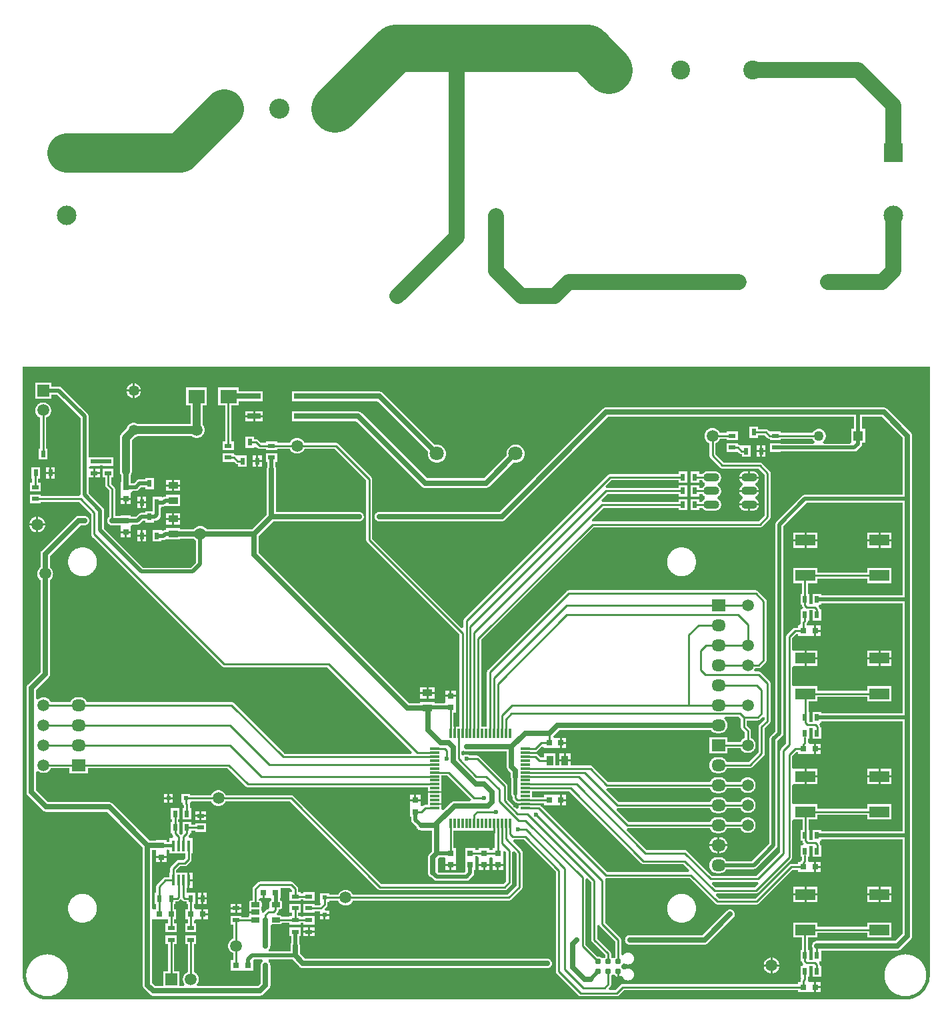
<source format=gtl>
G04*
G04 #@! TF.GenerationSoftware,Altium Limited,CircuitStudio,1.5.2 (30)*
G04*
G04 Layer_Physical_Order=1*
G04 Layer_Color=255*
%FSLAX44Y44*%
%MOMM*%
G71*
G01*
G75*
%ADD10C,0.2540*%
%ADD11C,0.7874*%
%ADD12R,0.6000X0.9000*%
%ADD13O,2.0000X1.1000*%
%ADD14R,0.9000X0.6000*%
%ADD15R,2.6000X1.4000*%
%ADD16R,0.8000X0.8000*%
%ADD17R,0.8000X0.8000*%
%ADD18R,1.3000X0.9000*%
%ADD19R,2.1590X1.7780*%
%ADD20R,0.6000X0.6000*%
%ADD21R,1.7000X0.8000*%
%ADD22R,0.4500X1.4500*%
%ADD23R,0.6000X0.6000*%
G04:AMPARAMS|DCode=24|XSize=1.1mm|YSize=0.6mm|CornerRadius=0.075mm|HoleSize=0mm|Usage=FLASHONLY|Rotation=0.000|XOffset=0mm|YOffset=0mm|HoleType=Round|Shape=RoundedRectangle|*
%AMROUNDEDRECTD24*
21,1,1.1000,0.4500,0,0,0.0*
21,1,0.9500,0.6000,0,0,0.0*
1,1,0.1500,0.4750,-0.2250*
1,1,0.1500,-0.4750,-0.2250*
1,1,0.1500,-0.4750,0.2250*
1,1,0.1500,0.4750,0.2250*
%
%ADD24ROUNDEDRECTD24*%
%ADD25R,0.9000X1.3000*%
%ADD26R,0.3000X1.2000*%
%ADD27R,1.2000X0.3000*%
%ADD28C,0.5000*%
%ADD29C,0.7000*%
%ADD30C,2.0000*%
%ADD31C,0.4000*%
%ADD32C,1.0000*%
%ADD33C,6.0000*%
%ADD34C,5.0000*%
%ADD35C,1.5000*%
%ADD36O,1.8000X1.5300*%
%ADD37R,1.8000X1.5300*%
%ADD38C,1.9500*%
%ADD39C,1.8000*%
%ADD40C,2.4750*%
%ADD41R,2.4750X2.4750*%
%ADD42R,1.5000X1.5000*%
%ADD43R,1.2750X1.2750*%
%ADD44C,1.2750*%
%ADD45C,1.3500*%
%ADD46R,1.5000X1.5000*%
%ADD47C,2.4000*%
%ADD48C,2.5500*%
%ADD49C,0.6000*%
G36*
X1375988Y275000D02*
X1375996Y274894D01*
X1375943Y273128D01*
X1375773Y271264D01*
X1375491Y269412D01*
X1375098Y267581D01*
X1374595Y265778D01*
X1373985Y264007D01*
X1373268Y262278D01*
X1372448Y260594D01*
X1371528Y258963D01*
X1370512Y257390D01*
X1369402Y255882D01*
X1368203Y254444D01*
X1366920Y253080D01*
X1365556Y251797D01*
X1364118Y250598D01*
X1362610Y249488D01*
X1361037Y248472D01*
X1359406Y247552D01*
X1357722Y246732D01*
X1355992Y246015D01*
X1354222Y245404D01*
X1352419Y244902D01*
X1350588Y244509D01*
X1348737Y244227D01*
X1346872Y244057D01*
X1345106Y244004D01*
X1345000Y244012D01*
X255000D01*
X254894Y244004D01*
X253128Y244057D01*
X251264Y244227D01*
X249412Y244509D01*
X247581Y244902D01*
X245778Y245404D01*
X244007Y246015D01*
X242278Y246732D01*
X240594Y247552D01*
X238963Y248472D01*
X237390Y249488D01*
X235882Y250598D01*
X234444Y251797D01*
X233080Y253080D01*
X231797Y254444D01*
X230598Y255882D01*
X229488Y257390D01*
X228472Y258963D01*
X227552Y260594D01*
X226732Y262278D01*
X226015Y264007D01*
X225404Y265778D01*
X224902Y267581D01*
X224509Y269412D01*
X224227Y271264D01*
X224057Y273128D01*
X224004Y274894D01*
X224012Y275000D01*
Y1047500D01*
X1375988D01*
Y275000D01*
D02*
G37*
%LPC*%
G36*
X911230Y556540D02*
X905460D01*
Y548770D01*
X911230D01*
Y556540D01*
D02*
G37*
G36*
X414540Y505540D02*
X410270D01*
Y501270D01*
X414540D01*
Y505540D01*
D02*
G37*
G36*
X407730D02*
X403460D01*
Y501270D01*
X407730D01*
Y505540D01*
D02*
G37*
G36*
X919540Y556540D02*
X913770D01*
Y548770D01*
X919540D01*
Y556540D01*
D02*
G37*
G36*
X736710Y632310D02*
X728940D01*
Y626540D01*
X736710D01*
Y632310D01*
D02*
G37*
G36*
X908770Y576540D02*
Y571270D01*
X914040D01*
Y576540D01*
X908770D01*
D02*
G37*
G36*
X914040Y568730D02*
X908770D01*
Y563460D01*
X914040D01*
Y568730D01*
D02*
G37*
G36*
X729040Y504040D02*
X723770D01*
Y498770D01*
X729040D01*
Y504040D01*
D02*
G37*
G36*
X448730Y483040D02*
X442960D01*
Y478770D01*
X448730D01*
Y483040D01*
D02*
G37*
G36*
X457040Y476230D02*
X451270D01*
Y471960D01*
X457040D01*
Y476230D01*
D02*
G37*
G36*
X448730D02*
X442960D01*
Y471960D01*
X448730D01*
Y476230D01*
D02*
G37*
G36*
X457040Y483040D02*
X451270D01*
Y478770D01*
X457040D01*
Y483040D01*
D02*
G37*
G36*
X721230Y504040D02*
X715960D01*
Y498770D01*
X721230D01*
Y504040D01*
D02*
G37*
G36*
X414540Y498730D02*
X410270D01*
Y494460D01*
X414540D01*
Y498730D01*
D02*
G37*
G36*
X407730D02*
X403460D01*
Y494460D01*
X407730D01*
Y498730D01*
D02*
G37*
G36*
X1327540Y826230D02*
X1313270D01*
Y817960D01*
X1327540D01*
Y826230D01*
D02*
G37*
G36*
X1310730D02*
X1296460D01*
Y817960D01*
X1310730D01*
Y826230D01*
D02*
G37*
G36*
X1233540D02*
X1219270D01*
Y817960D01*
X1233540D01*
Y826230D01*
D02*
G37*
G36*
X374230Y831730D02*
X369960D01*
Y825960D01*
X374230D01*
Y831730D01*
D02*
G37*
G36*
X1216730Y837040D02*
X1202460D01*
Y828770D01*
X1216730D01*
Y837040D01*
D02*
G37*
G36*
X1310730D02*
X1296460D01*
Y828770D01*
X1310730D01*
Y837040D01*
D02*
G37*
G36*
X381040Y831730D02*
X376770D01*
Y825960D01*
X381040D01*
Y831730D01*
D02*
G37*
G36*
X1216730Y826230D02*
X1202460D01*
Y817960D01*
X1216730D01*
Y826230D01*
D02*
G37*
G36*
X774040Y636540D02*
X768770D01*
Y631270D01*
X774040D01*
Y636540D01*
D02*
G37*
G36*
X766230D02*
X760960D01*
Y631270D01*
X766230D01*
Y636540D01*
D02*
G37*
G36*
X747020Y632310D02*
X739250D01*
Y626540D01*
X747020D01*
Y632310D01*
D02*
G37*
G36*
X736710Y640620D02*
X728940D01*
Y634850D01*
X736710D01*
Y640620D01*
D02*
G37*
G36*
X1060800Y818304D02*
X1059364Y818248D01*
X1057937Y818079D01*
X1056527Y817798D01*
X1055144Y817408D01*
X1053795Y816911D01*
X1052490Y816309D01*
X1051236Y815607D01*
X1050041Y814808D01*
X1048912Y813919D01*
X1047857Y812943D01*
X1046881Y811888D01*
X1045992Y810759D01*
X1045193Y809564D01*
X1044491Y808310D01*
X1043889Y807005D01*
X1043392Y805656D01*
X1043002Y804273D01*
X1042721Y802863D01*
X1042552Y801436D01*
X1042496Y800000D01*
X1042552Y798564D01*
X1042721Y797137D01*
X1043002Y795727D01*
X1043392Y794344D01*
X1043889Y792995D01*
X1044491Y791690D01*
X1045193Y790436D01*
X1045992Y789241D01*
X1046881Y788112D01*
X1047857Y787057D01*
X1048912Y786081D01*
X1050041Y785192D01*
X1051236Y784393D01*
X1052490Y783691D01*
X1053795Y783089D01*
X1055144Y782592D01*
X1056527Y782202D01*
X1057937Y781921D01*
X1059364Y781752D01*
X1060800Y781696D01*
X1062236Y781752D01*
X1063663Y781921D01*
X1065073Y782202D01*
X1066456Y782592D01*
X1067805Y783089D01*
X1069110Y783691D01*
X1070364Y784393D01*
X1071559Y785192D01*
X1072688Y786081D01*
X1073743Y787057D01*
X1074718Y788112D01*
X1075608Y789241D01*
X1076407Y790436D01*
X1077109Y791690D01*
X1077711Y792995D01*
X1078208Y794344D01*
X1078598Y795727D01*
X1078879Y797137D01*
X1079048Y798564D01*
X1079104Y800000D01*
X1079048Y801436D01*
X1078879Y802863D01*
X1078598Y804273D01*
X1078208Y805656D01*
X1077711Y807005D01*
X1077109Y808310D01*
X1076407Y809564D01*
X1075608Y810759D01*
X1074718Y811888D01*
X1073743Y812943D01*
X1072688Y813919D01*
X1071559Y814808D01*
X1070364Y815607D01*
X1069110Y816309D01*
X1067805Y816911D01*
X1066456Y817408D01*
X1065073Y817798D01*
X1063663Y818079D01*
X1062236Y818248D01*
X1060800Y818304D01*
D02*
G37*
G36*
X300000D02*
X298564Y818248D01*
X297137Y818079D01*
X295727Y817798D01*
X294344Y817408D01*
X292995Y816911D01*
X291690Y816309D01*
X290436Y815607D01*
X289241Y814808D01*
X288112Y813919D01*
X287057Y812943D01*
X286081Y811888D01*
X285192Y810759D01*
X284393Y809564D01*
X283691Y808310D01*
X283089Y807005D01*
X282592Y805656D01*
X282202Y804273D01*
X281921Y802863D01*
X281752Y801436D01*
X281696Y800000D01*
X281752Y798564D01*
X281921Y797137D01*
X282202Y795727D01*
X282592Y794344D01*
X283089Y792995D01*
X283691Y791690D01*
X284393Y790436D01*
X285192Y789241D01*
X286081Y788112D01*
X287057Y787057D01*
X288112Y786081D01*
X289241Y785192D01*
X290436Y784393D01*
X291690Y783691D01*
X292995Y783089D01*
X294344Y782592D01*
X295727Y782202D01*
X297137Y781921D01*
X298564Y781752D01*
X300000Y781696D01*
X301436Y781752D01*
X302863Y781921D01*
X304273Y782202D01*
X305656Y782592D01*
X307005Y783089D01*
X308310Y783691D01*
X309564Y784393D01*
X310759Y785192D01*
X311887Y786081D01*
X312943Y787057D01*
X313918Y788112D01*
X314808Y789241D01*
X315607Y790436D01*
X316309Y791690D01*
X316911Y792995D01*
X317408Y794344D01*
X317798Y795727D01*
X318079Y797137D01*
X318248Y798564D01*
X318304Y800000D01*
X318248Y801436D01*
X318079Y802863D01*
X317798Y804273D01*
X317408Y805656D01*
X316911Y807005D01*
X316309Y808310D01*
X315607Y809564D01*
X314808Y810759D01*
X313918Y811888D01*
X312943Y812943D01*
X311887Y813919D01*
X310759Y814808D01*
X309564Y815607D01*
X308310Y816309D01*
X307005Y816911D01*
X305656Y817408D01*
X304273Y817798D01*
X302863Y818079D01*
X301436Y818248D01*
X300000Y818304D01*
D02*
G37*
G36*
X747020Y640620D02*
X739250D01*
Y634850D01*
X747020D01*
Y640620D01*
D02*
G37*
G36*
X1108850Y450502D02*
X1108770D01*
Y441570D01*
X1118963D01*
X1118856Y442290D01*
X1118613Y443262D01*
X1118276Y444204D01*
X1117848Y445109D01*
X1117333Y445968D01*
X1116737Y446772D01*
X1116064Y447514D01*
X1115322Y448186D01*
X1114518Y448783D01*
X1113659Y449298D01*
X1112754Y449726D01*
X1111812Y450063D01*
X1110840Y450306D01*
X1109850Y450453D01*
X1108850Y450502D01*
D02*
G37*
G36*
X606230Y350230D02*
X601960D01*
Y345960D01*
X606230D01*
Y350230D01*
D02*
G37*
G36*
X459040Y351230D02*
X453770D01*
Y345960D01*
X459040D01*
Y351230D01*
D02*
G37*
G36*
X300000Y378304D02*
X298564Y378248D01*
X297137Y378079D01*
X295727Y377798D01*
X294344Y377408D01*
X292995Y376911D01*
X291690Y376309D01*
X290436Y375607D01*
X289241Y374808D01*
X288112Y373918D01*
X287057Y372943D01*
X286081Y371888D01*
X285192Y370759D01*
X284393Y369564D01*
X283691Y368310D01*
X283089Y367005D01*
X282592Y365656D01*
X282202Y364273D01*
X281921Y362863D01*
X281752Y361436D01*
X281696Y360000D01*
X281752Y358564D01*
X281921Y357137D01*
X282202Y355727D01*
X282592Y354344D01*
X283089Y352995D01*
X283691Y351690D01*
X284393Y350436D01*
X285192Y349241D01*
X286081Y348112D01*
X287057Y347057D01*
X288112Y346082D01*
X289241Y345192D01*
X290436Y344393D01*
X291690Y343691D01*
X292995Y343089D01*
X294344Y342592D01*
X295727Y342202D01*
X297137Y341921D01*
X298564Y341752D01*
X300000Y341696D01*
X301436Y341752D01*
X302863Y341921D01*
X304273Y342202D01*
X305656Y342592D01*
X307005Y343089D01*
X308310Y343691D01*
X309564Y344393D01*
X310759Y345192D01*
X311887Y346082D01*
X312943Y347057D01*
X313918Y348112D01*
X314808Y349241D01*
X315607Y350436D01*
X316309Y351690D01*
X316911Y352995D01*
X317408Y354344D01*
X317798Y355727D01*
X318079Y357137D01*
X318248Y358564D01*
X318304Y360000D01*
X318248Y361436D01*
X318079Y362863D01*
X317798Y364273D01*
X317408Y365656D01*
X316911Y367005D01*
X316309Y368310D01*
X315607Y369564D01*
X314808Y370759D01*
X313918Y371888D01*
X312943Y372943D01*
X311887Y373918D01*
X310759Y374808D01*
X309564Y375607D01*
X308310Y376309D01*
X307005Y376911D01*
X305656Y377408D01*
X304273Y377798D01*
X302863Y378079D01*
X301436Y378248D01*
X300000Y378304D01*
D02*
G37*
G36*
X613040Y350230D02*
X608770D01*
Y345960D01*
X613040D01*
Y350230D01*
D02*
G37*
G36*
X502040Y358730D02*
X496270D01*
Y354460D01*
X502040D01*
Y358730D01*
D02*
G37*
G36*
X493730D02*
X487960D01*
Y354460D01*
X493730D01*
Y358730D01*
D02*
G37*
G36*
X453770Y359040D02*
Y353770D01*
X459040D01*
Y359040D01*
X453770D01*
D02*
G37*
G36*
X594540Y335540D02*
X588770D01*
Y331270D01*
X594540D01*
Y335540D01*
D02*
G37*
G36*
X1237040Y258730D02*
X1231770D01*
Y253460D01*
X1237040D01*
Y258730D01*
D02*
G37*
G36*
X1345000Y301514D02*
X1343266Y301457D01*
X1341539Y301287D01*
X1339827Y301005D01*
X1338138Y300611D01*
X1336477Y300107D01*
X1334854Y299496D01*
X1333273Y298780D01*
X1331743Y297962D01*
X1330269Y297046D01*
X1328859Y296035D01*
X1327518Y294934D01*
X1326252Y293748D01*
X1325066Y292482D01*
X1323965Y291141D01*
X1322954Y289730D01*
X1322038Y288257D01*
X1321220Y286727D01*
X1320504Y285147D01*
X1319893Y283523D01*
X1319389Y281862D01*
X1318995Y280173D01*
X1318713Y278461D01*
X1318543Y276734D01*
X1318486Y275000D01*
X1318543Y273266D01*
X1318713Y271539D01*
X1318995Y269827D01*
X1319389Y268138D01*
X1319893Y266477D01*
X1320504Y264853D01*
X1321220Y263273D01*
X1322038Y261743D01*
X1322954Y260270D01*
X1323965Y258859D01*
X1325066Y257518D01*
X1326252Y256252D01*
X1327518Y255066D01*
X1328859Y253965D01*
X1330269Y252954D01*
X1331743Y252038D01*
X1333273Y251220D01*
X1334854Y250504D01*
X1336477Y249893D01*
X1338138Y249389D01*
X1339827Y248995D01*
X1341539Y248713D01*
X1343266Y248543D01*
X1345000Y248486D01*
X1346734Y248543D01*
X1348461Y248713D01*
X1350173Y248995D01*
X1351862Y249389D01*
X1353523Y249893D01*
X1355146Y250504D01*
X1356727Y251220D01*
X1358257Y252038D01*
X1359731Y252954D01*
X1361141Y253965D01*
X1362482Y255066D01*
X1363748Y256252D01*
X1364934Y257518D01*
X1366035Y258859D01*
X1367046Y260270D01*
X1367962Y261743D01*
X1368780Y263273D01*
X1369496Y264853D01*
X1370107Y266477D01*
X1370611Y268138D01*
X1371005Y269827D01*
X1371287Y271539D01*
X1371457Y273266D01*
X1371514Y275000D01*
X1371457Y276734D01*
X1371287Y278461D01*
X1371005Y280173D01*
X1370611Y281862D01*
X1370107Y283523D01*
X1369496Y285147D01*
X1368780Y286727D01*
X1367962Y288257D01*
X1367046Y289730D01*
X1366035Y291141D01*
X1364934Y292482D01*
X1363748Y293748D01*
X1362482Y294934D01*
X1361141Y296035D01*
X1359731Y297046D01*
X1358257Y297962D01*
X1356727Y298780D01*
X1355146Y299496D01*
X1353523Y300107D01*
X1351862Y300611D01*
X1350173Y301005D01*
X1348461Y301287D01*
X1346734Y301457D01*
X1345000Y301514D01*
D02*
G37*
G36*
X255000D02*
X253266Y301457D01*
X251539Y301287D01*
X249827Y301005D01*
X248138Y300611D01*
X246477Y300107D01*
X244853Y299496D01*
X243273Y298780D01*
X241743Y297962D01*
X240270Y297046D01*
X238859Y296035D01*
X237518Y294934D01*
X236252Y293748D01*
X235066Y292482D01*
X233965Y291141D01*
X232954Y289730D01*
X232038Y288257D01*
X231220Y286727D01*
X230504Y285147D01*
X229893Y283523D01*
X229389Y281862D01*
X228995Y280173D01*
X228713Y278461D01*
X228543Y276734D01*
X228486Y275000D01*
X228543Y273266D01*
X228713Y271539D01*
X228995Y269827D01*
X229389Y268138D01*
X229893Y266477D01*
X230504Y264853D01*
X231220Y263273D01*
X232038Y261743D01*
X232954Y260270D01*
X233965Y258859D01*
X235066Y257518D01*
X236252Y256252D01*
X237518Y255066D01*
X238859Y253965D01*
X240270Y252954D01*
X241743Y252038D01*
X243273Y251220D01*
X244853Y250504D01*
X246477Y249893D01*
X248138Y249389D01*
X249827Y248995D01*
X251539Y248713D01*
X253266Y248543D01*
X255000Y248486D01*
X256734Y248543D01*
X258461Y248713D01*
X260173Y248995D01*
X261862Y249389D01*
X263523Y249893D01*
X265147Y250504D01*
X266727Y251220D01*
X268257Y252038D01*
X269730Y252954D01*
X271141Y253965D01*
X272482Y255066D01*
X273748Y256252D01*
X274934Y257518D01*
X276035Y258859D01*
X277046Y260270D01*
X277962Y261743D01*
X278780Y263273D01*
X279496Y264853D01*
X280107Y266477D01*
X280611Y268138D01*
X281005Y269827D01*
X281287Y271539D01*
X281457Y273266D01*
X281514Y275000D01*
X281457Y276734D01*
X281287Y278461D01*
X281005Y280173D01*
X280611Y281862D01*
X280107Y283523D01*
X279496Y285147D01*
X278780Y286727D01*
X277962Y288257D01*
X277046Y289730D01*
X276035Y291141D01*
X274934Y292482D01*
X273748Y293748D01*
X272482Y294934D01*
X271141Y296035D01*
X269730Y297046D01*
X268257Y297962D01*
X266727Y298780D01*
X265147Y299496D01*
X263523Y300107D01*
X261862Y300611D01*
X260173Y301005D01*
X258461Y301287D01*
X256734Y301457D01*
X255000Y301514D01*
D02*
G37*
G36*
X1231770Y266540D02*
Y261270D01*
X1237040D01*
Y266540D01*
X1231770D01*
D02*
G37*
G36*
X586230Y335540D02*
X580460D01*
Y331270D01*
X586230D01*
Y335540D01*
D02*
G37*
G36*
X594540Y328730D02*
X588770D01*
Y324460D01*
X594540D01*
Y328730D01*
D02*
G37*
G36*
X586230D02*
X580460D01*
Y324460D01*
X586230D01*
Y328730D01*
D02*
G37*
G36*
X826230Y413730D02*
X820960D01*
Y408460D01*
X826230D01*
Y413730D01*
D02*
G37*
G36*
X816540D02*
X811270D01*
Y408460D01*
X816540D01*
Y413730D01*
D02*
G37*
G36*
X808730D02*
X803460D01*
Y408460D01*
X808730D01*
Y413730D01*
D02*
G37*
G36*
X834040D02*
X828770D01*
Y408460D01*
X834040D01*
Y413730D01*
D02*
G37*
G36*
X1106230Y450502D02*
X1106150D01*
X1105150Y450453D01*
X1104160Y450306D01*
X1103188Y450063D01*
X1102246Y449726D01*
X1101341Y449298D01*
X1100482Y448783D01*
X1099678Y448186D01*
X1098936Y447514D01*
X1098263Y446772D01*
X1097667Y445968D01*
X1097152Y445109D01*
X1096724Y444204D01*
X1096387Y443262D01*
X1096144Y442290D01*
X1096037Y441570D01*
X1106230D01*
Y450502D01*
D02*
G37*
G36*
X1118963Y439030D02*
X1108770D01*
Y430098D01*
X1108850D01*
X1109850Y430147D01*
X1110840Y430294D01*
X1111812Y430537D01*
X1112754Y430874D01*
X1113659Y431302D01*
X1114518Y431817D01*
X1115322Y432413D01*
X1116064Y433086D01*
X1116737Y433828D01*
X1117333Y434632D01*
X1117848Y435491D01*
X1118276Y436396D01*
X1118613Y437338D01*
X1118856Y438310D01*
X1118963Y439030D01*
D02*
G37*
G36*
X1106230D02*
X1096037D01*
X1096144Y438310D01*
X1096387Y437338D01*
X1096724Y436396D01*
X1097152Y435491D01*
X1097667Y434632D01*
X1098263Y433828D01*
X1098936Y433086D01*
X1099678Y432413D01*
X1100482Y431817D01*
X1101341Y431302D01*
X1102246Y430874D01*
X1103188Y430537D01*
X1104160Y430294D01*
X1105150Y430147D01*
X1106150Y430098D01*
X1106230D01*
Y439030D01*
D02*
G37*
G36*
X439540Y405290D02*
X436020D01*
Y396770D01*
X439540D01*
Y405290D01*
D02*
G37*
G36*
X451230Y371230D02*
X446960D01*
Y365460D01*
X451230D01*
Y371230D01*
D02*
G37*
G36*
X502040Y365540D02*
X496270D01*
Y361270D01*
X502040D01*
Y365540D01*
D02*
G37*
G36*
X493730D02*
X487960D01*
Y361270D01*
X493730D01*
Y365540D01*
D02*
G37*
G36*
X458040Y371230D02*
X453770D01*
Y365460D01*
X458040D01*
Y371230D01*
D02*
G37*
G36*
X439540Y394230D02*
X436020D01*
Y385710D01*
X439540D01*
Y394230D01*
D02*
G37*
G36*
X458040Y379540D02*
X453770D01*
Y373770D01*
X458040D01*
Y379540D01*
D02*
G37*
G36*
X451230D02*
X446960D01*
Y373770D01*
X451230D01*
Y379540D01*
D02*
G37*
G36*
X1233540Y837040D02*
X1219270D01*
Y828770D01*
X1233540D01*
Y837040D01*
D02*
G37*
G36*
X1103000Y915053D02*
X1094000D01*
X1093098Y915002D01*
X1092208Y914851D01*
X1091340Y914601D01*
X1090506Y914255D01*
X1089716Y913818D01*
X1088979Y913296D01*
X1088306Y912694D01*
X1087704Y912021D01*
X1087208Y911322D01*
X1083040D01*
Y914540D01*
X1071960D01*
Y900460D01*
X1083040D01*
Y903678D01*
X1086674D01*
X1086745Y903506D01*
X1087182Y902716D01*
X1087704Y901979D01*
X1088306Y901306D01*
X1088979Y900704D01*
X1089716Y900182D01*
X1090238Y899893D01*
X1090506Y898561D01*
Y898439D01*
X1090238Y897107D01*
X1089716Y896818D01*
X1088979Y896296D01*
X1088306Y895694D01*
X1087704Y895021D01*
X1087182Y894284D01*
X1086926Y893822D01*
X1083040D01*
Y897040D01*
X1071960D01*
Y882960D01*
X1083040D01*
Y886178D01*
X1086926D01*
X1087182Y885716D01*
X1087704Y884979D01*
X1088306Y884306D01*
X1088979Y883704D01*
X1089716Y883182D01*
X1090238Y882893D01*
X1090506Y881562D01*
Y881439D01*
X1090238Y880107D01*
X1089716Y879818D01*
X1088979Y879296D01*
X1088306Y878694D01*
X1087704Y878021D01*
X1087182Y877284D01*
X1086745Y876494D01*
X1086674Y876322D01*
X1083040D01*
Y879540D01*
X1071960D01*
Y865460D01*
X1083040D01*
Y868678D01*
X1087208D01*
X1087704Y867979D01*
X1088306Y867306D01*
X1088979Y866704D01*
X1089716Y866182D01*
X1090506Y865745D01*
X1091340Y865399D01*
X1092208Y865149D01*
X1093098Y864998D01*
X1094000Y864947D01*
X1103000D01*
X1103902Y864998D01*
X1104792Y865149D01*
X1105660Y865399D01*
X1106494Y865745D01*
X1107284Y866182D01*
X1108021Y866704D01*
X1108694Y867306D01*
X1109296Y867979D01*
X1109818Y868716D01*
X1110255Y869506D01*
X1110601Y870340D01*
X1110851Y871208D01*
X1111002Y872098D01*
X1111053Y873000D01*
X1111002Y873902D01*
X1110851Y874792D01*
X1110601Y875660D01*
X1110255Y876494D01*
X1109818Y877284D01*
X1109296Y878021D01*
X1108694Y878694D01*
X1108021Y879296D01*
X1107284Y879818D01*
X1106762Y880107D01*
X1106494Y881439D01*
Y881562D01*
X1106762Y882893D01*
X1107284Y883182D01*
X1108021Y883704D01*
X1108694Y884306D01*
X1109296Y884979D01*
X1109818Y885716D01*
X1110255Y886506D01*
X1110601Y887340D01*
X1110851Y888208D01*
X1111002Y889098D01*
X1111053Y890000D01*
X1111002Y890902D01*
X1110851Y891792D01*
X1110601Y892660D01*
X1110255Y893494D01*
X1109818Y894284D01*
X1109296Y895021D01*
X1108694Y895694D01*
X1108021Y896296D01*
X1107284Y896818D01*
X1106762Y897107D01*
X1106494Y898439D01*
Y898561D01*
X1106762Y899893D01*
X1107284Y900182D01*
X1108021Y900704D01*
X1108694Y901306D01*
X1109296Y901979D01*
X1109818Y902716D01*
X1110255Y903506D01*
X1110601Y904340D01*
X1110851Y905208D01*
X1111002Y906098D01*
X1111053Y907000D01*
X1111002Y907902D01*
X1110851Y908792D01*
X1110601Y909660D01*
X1110255Y910494D01*
X1109818Y911284D01*
X1109296Y912021D01*
X1108694Y912694D01*
X1108021Y913296D01*
X1107284Y913818D01*
X1106494Y914255D01*
X1105660Y914601D01*
X1104792Y914851D01*
X1103902Y915002D01*
X1103000Y915053D01*
D02*
G37*
G36*
X316270Y918040D02*
Y913770D01*
X322040D01*
Y918040D01*
X316270D01*
D02*
G37*
G36*
X1151000Y915053D02*
X1147770D01*
Y908270D01*
X1158940D01*
X1158851Y908792D01*
X1158601Y909660D01*
X1158255Y910494D01*
X1157818Y911284D01*
X1157296Y912021D01*
X1156694Y912694D01*
X1156021Y913296D01*
X1155284Y913818D01*
X1154494Y914255D01*
X1153660Y914601D01*
X1152792Y914851D01*
X1151902Y915002D01*
X1151000Y915053D01*
D02*
G37*
G36*
X322040Y911230D02*
X316270D01*
Y906960D01*
X322040D01*
Y911230D01*
D02*
G37*
G36*
X1145230Y915053D02*
X1142000D01*
X1141098Y915002D01*
X1140208Y914851D01*
X1139340Y914601D01*
X1138506Y914255D01*
X1137716Y913818D01*
X1136979Y913296D01*
X1136306Y912694D01*
X1135704Y912021D01*
X1135182Y911284D01*
X1134745Y910494D01*
X1134399Y909660D01*
X1134149Y908792D01*
X1134061Y908270D01*
X1145230D01*
Y915053D01*
D02*
G37*
G36*
X520730Y926730D02*
X516460D01*
Y920960D01*
X520730D01*
Y926730D01*
D02*
G37*
G36*
X527540D02*
X523270D01*
Y920960D01*
X527540D01*
Y926730D01*
D02*
G37*
G36*
X492040Y938040D02*
X477960D01*
Y926960D01*
X492040D01*
X492040Y926960D01*
Y926960D01*
X493973Y925623D01*
X494297Y925298D01*
X494753Y924908D01*
X495265Y924595D01*
X495542Y924480D01*
X495819Y924365D01*
X496402Y924225D01*
X497000Y924178D01*
X497460D01*
Y920960D01*
X508540D01*
Y935040D01*
X497460D01*
X497460Y935040D01*
X495043Y935338D01*
X494746Y935592D01*
X494235Y935905D01*
X493958Y936020D01*
X493681Y936135D01*
X493098Y936275D01*
X492500Y936322D01*
X492040D01*
Y938040D01*
D02*
G37*
G36*
X258230Y920040D02*
X253960D01*
Y914270D01*
X258230D01*
Y920040D01*
D02*
G37*
G36*
X265040D02*
X260770D01*
Y914270D01*
X265040D01*
Y920040D01*
D02*
G37*
G36*
X413730Y895730D02*
X405960D01*
Y889960D01*
X413730D01*
Y895730D01*
D02*
G37*
G36*
X424040D02*
X416270D01*
Y889960D01*
X424040D01*
Y895730D01*
D02*
G37*
G36*
X246040Y920040D02*
X234960D01*
Y905960D01*
X236178D01*
Y900540D01*
X232960D01*
Y889460D01*
X247040D01*
Y900540D01*
X243822D01*
Y905960D01*
X246040D01*
Y920040D01*
D02*
G37*
G36*
X381040Y882540D02*
X376770D01*
Y876770D01*
X381040D01*
Y882540D01*
D02*
G37*
G36*
X260040Y1027540D02*
X239960D01*
Y1007460D01*
X260040D01*
Y1012449D01*
X267908D01*
X297449Y982908D01*
Y885000D01*
X295219Y883866D01*
X295006Y883822D01*
X247040D01*
Y885540D01*
X232960D01*
Y874460D01*
X247040D01*
Y876178D01*
X295917D01*
X311178Y860917D01*
Y835000D01*
X311225Y834402D01*
X311365Y833819D01*
X311480Y833542D01*
X311595Y833265D01*
X311908Y832754D01*
X312298Y832298D01*
X477298Y667298D01*
X477754Y666908D01*
X478265Y666595D01*
X478427Y666528D01*
X478819Y666365D01*
X479402Y666225D01*
X480000Y666178D01*
X610917D01*
X718427Y558668D01*
X717455Y556322D01*
X556583D01*
X492102Y620802D01*
X491646Y621192D01*
X491135Y621505D01*
X490858Y621620D01*
X490581Y621735D01*
X489998Y621875D01*
X489400Y621922D01*
X305805D01*
X305776Y622004D01*
X305348Y622909D01*
X304833Y623768D01*
X304237Y624572D01*
X303564Y625314D01*
X302822Y625987D01*
X302018Y626583D01*
X301159Y627098D01*
X300254Y627526D01*
X299312Y627863D01*
X298340Y628106D01*
X297350Y628253D01*
X296350Y628302D01*
X293650D01*
X292650Y628253D01*
X291660Y628106D01*
X290688Y627863D01*
X289746Y627526D01*
X288841Y627098D01*
X287982Y626583D01*
X287178Y625987D01*
X286436Y625314D01*
X285763Y624572D01*
X285167Y623768D01*
X284652Y622909D01*
X284224Y622004D01*
X284195Y621922D01*
X259696D01*
X259687Y621947D01*
X259265Y622839D01*
X258758Y623685D01*
X258170Y624477D01*
X257508Y625208D01*
X256777Y625870D01*
X255985Y626458D01*
X255138Y626965D01*
X254247Y627387D01*
X253318Y627719D01*
X252361Y627959D01*
X251385Y628104D01*
X250400Y628152D01*
X249415Y628104D01*
X248439Y627959D01*
X247482Y627719D01*
X246553Y627387D01*
X245662Y626965D01*
X244815Y626458D01*
X244023Y625870D01*
X243593Y625481D01*
X242460Y625695D01*
X241053Y626520D01*
Y637493D01*
X256780Y653220D01*
X257302Y653815D01*
X257596Y654255D01*
X257742Y654473D01*
X258092Y655184D01*
X258347Y655933D01*
X258372Y656062D01*
X258501Y656710D01*
X258553Y657500D01*
Y776989D01*
X258877Y777230D01*
X259608Y777892D01*
X260270Y778623D01*
X260858Y779415D01*
X261365Y780262D01*
X261787Y781153D01*
X262119Y782082D01*
X262359Y783039D01*
X262504Y784015D01*
X262552Y785000D01*
X262504Y785985D01*
X262359Y786961D01*
X262119Y787918D01*
X261787Y788847D01*
X261365Y789738D01*
X260858Y790585D01*
X260270Y791377D01*
X259608Y792108D01*
X258877Y792770D01*
X258553Y793011D01*
Y807493D01*
X297507Y846447D01*
X302500D01*
X303290Y846499D01*
X304067Y846653D01*
X304816Y846908D01*
X305526Y847258D01*
X306185Y847698D01*
X306780Y848220D01*
X307302Y848815D01*
X307742Y849473D01*
X308092Y850184D01*
X308347Y850933D01*
X308501Y851710D01*
X308553Y852500D01*
X308501Y853290D01*
X308347Y854067D01*
X308092Y854816D01*
X307742Y855527D01*
X307302Y856185D01*
X306780Y856780D01*
X306185Y857302D01*
X305526Y857742D01*
X304816Y858092D01*
X304067Y858347D01*
X303290Y858501D01*
X302500Y858553D01*
X295000D01*
X294210Y858501D01*
X293433Y858347D01*
X292684Y858092D01*
X291973Y857742D01*
X291315Y857302D01*
X290720Y856780D01*
X248220Y814280D01*
X247698Y813685D01*
X247258Y813027D01*
X246908Y812316D01*
X246781Y811942D01*
X246653Y811567D01*
X246499Y810790D01*
X246447Y810000D01*
Y793011D01*
X246123Y792770D01*
X245392Y792108D01*
X244730Y791377D01*
X244142Y790585D01*
X243635Y789738D01*
X243213Y788847D01*
X242881Y787918D01*
X242641Y786961D01*
X242496Y785985D01*
X242448Y785000D01*
X242496Y784015D01*
X242641Y783039D01*
X242881Y782082D01*
X243213Y781153D01*
X243635Y780262D01*
X244142Y779415D01*
X244730Y778623D01*
X245392Y777892D01*
X246123Y777230D01*
X246447Y776989D01*
Y660007D01*
X230720Y644280D01*
X230198Y643685D01*
X229758Y643027D01*
X229583Y642671D01*
X229408Y642316D01*
X229343Y642126D01*
X229153Y641567D01*
X228999Y640790D01*
X228947Y640000D01*
Y507500D01*
X228999Y506710D01*
X229153Y505933D01*
X229343Y505374D01*
X229408Y505184D01*
X229758Y504473D01*
X230198Y503815D01*
X230720Y503220D01*
X249470Y484470D01*
X250065Y483948D01*
X250723Y483508D01*
X251434Y483158D01*
X252183Y482903D01*
X252960Y482749D01*
X253750Y482697D01*
X331243D01*
X376447Y437493D01*
Y262500D01*
X376499Y261710D01*
X376653Y260933D01*
X376781Y260558D01*
X376908Y260184D01*
X377083Y259829D01*
X377258Y259473D01*
X377698Y258815D01*
X378220Y258220D01*
X385720Y250720D01*
X386315Y250198D01*
X386973Y249758D01*
X387684Y249408D01*
X387874Y249343D01*
X388433Y249153D01*
X389210Y248999D01*
X390000Y248947D01*
X525000D01*
X525790Y248999D01*
X526567Y249153D01*
X526941Y249281D01*
X527316Y249408D01*
X527671Y249583D01*
X528027Y249758D01*
X528685Y250198D01*
X529280Y250720D01*
X536780Y258220D01*
X537302Y258815D01*
X537742Y259473D01*
X538092Y260184D01*
X538157Y260374D01*
X538347Y260933D01*
X538501Y261710D01*
X538553Y262500D01*
Y287500D01*
X538501Y288290D01*
X538347Y289067D01*
X538092Y289816D01*
X537742Y290527D01*
X537302Y291185D01*
X536780Y291780D01*
X536185Y292302D01*
X536025Y292409D01*
X536341Y294258D01*
X536712Y294949D01*
X566491D01*
X575720Y285720D01*
X576315Y285198D01*
X576973Y284758D01*
X577684Y284408D01*
X577874Y284343D01*
X578433Y284153D01*
X579210Y283999D01*
X580000Y283947D01*
X890000D01*
X890790Y283999D01*
X891567Y284153D01*
X892316Y284408D01*
X893027Y284758D01*
X893685Y285198D01*
X894280Y285720D01*
X894802Y286315D01*
X895242Y286973D01*
X895592Y287684D01*
X895847Y288433D01*
X896001Y289210D01*
X896053Y290000D01*
X896001Y290790D01*
X895847Y291567D01*
X895592Y292316D01*
X895242Y293027D01*
X894802Y293685D01*
X894280Y294280D01*
X893685Y294802D01*
X893027Y295242D01*
X892316Y295592D01*
X891567Y295847D01*
X890790Y296001D01*
X890000Y296053D01*
X582507D01*
X576053Y302507D01*
Y312500D01*
X576001Y313290D01*
X575847Y314067D01*
X575592Y314816D01*
X575242Y315527D01*
X575051Y315813D01*
Y320000D01*
X575051Y320000D01*
Y324460D01*
X577040D01*
Y335540D01*
X562960D01*
Y324460D01*
X564949D01*
Y316250D01*
X564949Y316250D01*
Y315813D01*
X564758Y315527D01*
X564408Y314816D01*
X564153Y314067D01*
X563999Y313290D01*
X563947Y312500D01*
Y305051D01*
X536712D01*
X536341Y305742D01*
X536025Y307591D01*
X536185Y307698D01*
X536780Y308220D01*
X537302Y308815D01*
X537742Y309473D01*
X538092Y310184D01*
X538347Y310933D01*
X538501Y311710D01*
X538553Y312500D01*
Y337850D01*
X538832Y338385D01*
X538968Y338541D01*
X540750Y339950D01*
X550250D01*
X550766Y339991D01*
X551270Y340111D01*
X551748Y340309D01*
X552190Y340580D01*
X552584Y340916D01*
X552920Y341310D01*
X553145Y341678D01*
X562960D01*
Y339460D01*
X577040D01*
Y341678D01*
X580460D01*
Y339460D01*
X594540D01*
Y350540D01*
X580460D01*
Y349322D01*
X577040D01*
Y350540D01*
X573822D01*
Y354460D01*
X577040D01*
Y365540D01*
X562960D01*
Y354460D01*
X566178D01*
Y350540D01*
X562960D01*
Y349322D01*
X553145D01*
X552920Y349690D01*
X552584Y350084D01*
X552190Y350420D01*
X551748Y350690D01*
X551270Y350889D01*
X550766Y351010D01*
X550250Y351050D01*
X547547D01*
X546495Y353590D01*
X547702Y354798D01*
X548092Y355254D01*
X548405Y355765D01*
X548472Y355927D01*
X548635Y356319D01*
X548775Y356902D01*
X548822Y357500D01*
Y358950D01*
X550250D01*
X550766Y358991D01*
X551270Y359111D01*
X551748Y359310D01*
X552190Y359580D01*
X552584Y359916D01*
X552920Y360310D01*
X553190Y360752D01*
X553389Y361230D01*
X553509Y361734D01*
X553550Y362250D01*
Y366750D01*
X553509Y367266D01*
X553389Y367770D01*
X553190Y368248D01*
X552920Y368690D01*
X552584Y369084D01*
X552190Y369420D01*
X551748Y369691D01*
X551270Y369889D01*
X550766Y370010D01*
X550551Y370027D01*
Y373460D01*
X551540D01*
Y386178D01*
X563417D01*
X566178Y383417D01*
Y380540D01*
X562960D01*
Y369460D01*
X577040D01*
Y371178D01*
X580460D01*
Y369460D01*
X594540D01*
Y380540D01*
X580460D01*
Y378822D01*
X577040D01*
Y380540D01*
X573822D01*
Y385000D01*
X573775Y385598D01*
X573635Y386181D01*
X573520Y386458D01*
X573405Y386735D01*
X573092Y387246D01*
X572702Y387702D01*
X567702Y392702D01*
X567246Y393092D01*
X566735Y393405D01*
X566458Y393520D01*
X566181Y393635D01*
X565598Y393775D01*
X565000Y393822D01*
X525000D01*
X524402Y393775D01*
X523819Y393635D01*
X523265Y393405D01*
X522754Y393092D01*
X522298Y392702D01*
X516798Y387202D01*
X516408Y386746D01*
X516095Y386235D01*
X515980Y385958D01*
X515865Y385681D01*
X515725Y385098D01*
X515678Y384500D01*
Y370050D01*
X514750D01*
X514234Y370010D01*
X513730Y369889D01*
X513252Y369691D01*
X512810Y369420D01*
X512416Y369084D01*
X512080Y368690D01*
X511810Y368248D01*
X511611Y367770D01*
X511491Y367266D01*
X511450Y366750D01*
Y362250D01*
X511491Y361734D01*
X511611Y361230D01*
X511810Y360752D01*
X512080Y360310D01*
X512416Y359916D01*
Y359584D01*
X512080Y359190D01*
X511810Y358748D01*
X511611Y358270D01*
X511491Y357766D01*
X511450Y357250D01*
Y356270D01*
X519500D01*
Y353730D01*
X511450D01*
Y352750D01*
X511491Y352234D01*
X511611Y351730D01*
X511810Y351252D01*
X511197Y349741D01*
X510438Y348822D01*
X502040D01*
Y350540D01*
X487960D01*
Y339460D01*
X491178D01*
Y321796D01*
X491153Y321787D01*
X490261Y321365D01*
X489415Y320858D01*
X488623Y320270D01*
X487892Y319608D01*
X487230Y318877D01*
X486642Y318085D01*
X486135Y317239D01*
X485713Y316347D01*
X485381Y315418D01*
X485141Y314461D01*
X484996Y313485D01*
X484948Y312500D01*
X484996Y311515D01*
X485141Y310539D01*
X485381Y309582D01*
X485713Y308653D01*
X486135Y307761D01*
X486642Y306915D01*
X487230Y306123D01*
X487892Y305392D01*
X488623Y304730D01*
X489415Y304142D01*
X490261Y303635D01*
X491153Y303213D01*
X491178Y303204D01*
Y294040D01*
X488460D01*
Y280960D01*
X500920D01*
X501540Y280960D01*
X502500D01*
X503460D01*
X504080Y280960D01*
X516540D01*
Y294040D01*
X518703Y294949D01*
X528288D01*
X528659Y294258D01*
X528975Y292409D01*
X528815Y292302D01*
X528220Y291780D01*
X527698Y291185D01*
X527258Y290527D01*
X526908Y289816D01*
X526653Y289067D01*
X526499Y288290D01*
X526447Y287500D01*
Y265007D01*
X522493Y261053D01*
X446334D01*
X446122Y261278D01*
X445243Y263593D01*
X445270Y263623D01*
X445858Y264415D01*
X446365Y265261D01*
X446787Y266153D01*
X447119Y267082D01*
X447359Y268039D01*
X447504Y269015D01*
X447552Y270000D01*
X447504Y270985D01*
X447359Y271961D01*
X447119Y272918D01*
X446787Y273847D01*
X446365Y274739D01*
X445858Y275585D01*
X445270Y276377D01*
X444608Y277108D01*
X443877Y277770D01*
X443085Y278358D01*
X442239Y278865D01*
X441347Y279287D01*
X441322Y279296D01*
Y314460D01*
X444540D01*
Y325540D01*
X430460D01*
Y314460D01*
X433678D01*
Y279296D01*
X433653Y279287D01*
X432761Y278865D01*
X431915Y278358D01*
X431123Y277770D01*
X430392Y277108D01*
X429730Y276377D01*
X429142Y275585D01*
X428635Y274739D01*
X428213Y273847D01*
X427881Y272918D01*
X427641Y271961D01*
X427496Y270985D01*
X427448Y270000D01*
X427496Y269015D01*
X427641Y268039D01*
X427881Y267082D01*
X428213Y266153D01*
X428635Y265261D01*
X429142Y264415D01*
X429730Y263623D01*
X429757Y263593D01*
X428878Y261278D01*
X428666Y261053D01*
X422540D01*
Y280040D01*
X416322D01*
Y314460D01*
X419540D01*
Y325540D01*
X405460D01*
Y314460D01*
X408678D01*
Y280040D01*
X402460D01*
Y261053D01*
X392507D01*
X388553Y265007D01*
Y345639D01*
X390960Y345960D01*
Y345960D01*
X404040D01*
Y345960D01*
X405960D01*
Y345960D01*
X408678D01*
Y340540D01*
X405460D01*
Y329460D01*
X419540D01*
Y340540D01*
X416322D01*
Y345960D01*
X419040D01*
Y359040D01*
X416322D01*
Y365460D01*
X418040D01*
Y368678D01*
X420000D01*
X420598Y368725D01*
X421181Y368865D01*
X421458Y368980D01*
X421735Y369095D01*
X422246Y369408D01*
X422702Y369798D01*
X423242Y370337D01*
X425000Y371260D01*
X426758Y370337D01*
X427298Y369798D01*
X427754Y369408D01*
X428265Y369095D01*
X428427Y369028D01*
X428819Y368865D01*
X429402Y368725D01*
X430000Y368678D01*
X431960D01*
Y365460D01*
X433678D01*
Y359040D01*
X430960D01*
Y345960D01*
X433678D01*
Y340540D01*
X430460D01*
Y329460D01*
X444540D01*
Y340540D01*
X441322D01*
Y344164D01*
X442579Y345421D01*
X443862Y345960D01*
X444040D01*
X445000D01*
X445960D01*
X446580Y345960D01*
X451230D01*
Y352500D01*
Y359040D01*
X446580D01*
X445960Y359040D01*
X445000D01*
X444040D01*
X443862D01*
X441322Y360107D01*
Y365460D01*
X443040D01*
Y379540D01*
X432072D01*
Y385710D01*
X433480D01*
Y395500D01*
Y405290D01*
X419072D01*
Y408667D01*
X424083Y413678D01*
X430000D01*
X430598Y413725D01*
X431181Y413865D01*
X431458Y413980D01*
X431735Y414095D01*
X432246Y414408D01*
X432702Y414798D01*
X437452Y419548D01*
X437842Y420004D01*
X438155Y420515D01*
X438222Y420677D01*
X438385Y421069D01*
X438525Y421652D01*
X438572Y422250D01*
Y429710D01*
X439540D01*
Y449290D01*
X435513D01*
X434541Y451637D01*
X435202Y452298D01*
X435592Y452754D01*
X435905Y453265D01*
X436020Y453542D01*
X436135Y453819D01*
X436275Y454402D01*
X436322Y455000D01*
Y455460D01*
X438040D01*
Y458678D01*
X442960D01*
Y456960D01*
X457040D01*
Y468040D01*
X442960D01*
Y466322D01*
X438040D01*
Y469540D01*
X426960D01*
Y455460D01*
X426960Y455460D01*
X426960D01*
X425149Y453818D01*
X425000Y453740D01*
X424820Y453834D01*
X423040Y455460D01*
X423040D01*
X423040Y455460D01*
Y469540D01*
X421322D01*
Y472960D01*
X423040D01*
Y487040D01*
X411960D01*
Y472960D01*
X413678D01*
Y469540D01*
X411960D01*
Y455460D01*
X413678D01*
Y455000D01*
X413725Y454402D01*
X413865Y453819D01*
X413980Y453542D01*
X414095Y453265D01*
X414408Y452754D01*
X414798Y452298D01*
X415458Y451637D01*
X414487Y449290D01*
X410460D01*
Y444554D01*
X406540D01*
Y446540D01*
X393460D01*
Y446053D01*
X385007D01*
X338030Y493030D01*
X337435Y493552D01*
X336777Y493992D01*
X336066Y494342D01*
X335876Y494407D01*
X335317Y494597D01*
X334540Y494751D01*
X333750Y494803D01*
X256257D01*
X241053Y510007D01*
Y533480D01*
X242460Y534305D01*
X243593Y534519D01*
X244023Y534130D01*
X244815Y533542D01*
X245662Y533035D01*
X246553Y532613D01*
X247482Y532281D01*
X248439Y532041D01*
X249415Y531896D01*
X250400Y531848D01*
X251385Y531896D01*
X252361Y532041D01*
X253318Y532281D01*
X254247Y532613D01*
X255138Y533035D01*
X255985Y533542D01*
X256777Y534130D01*
X257508Y534792D01*
X258170Y535523D01*
X258758Y536315D01*
X259265Y537161D01*
X259687Y538053D01*
X259696Y538078D01*
X283460D01*
Y531710D01*
X306540D01*
Y538078D01*
X484017D01*
X507298Y514798D01*
X507753Y514408D01*
X508265Y514095D01*
X508542Y513980D01*
X508819Y513865D01*
X509402Y513725D01*
X510000Y513678D01*
X738960D01*
Y513460D01*
Y508460D01*
Y508460D01*
X747500D01*
X756040D01*
Y508460D01*
Y513460D01*
Y518460D01*
Y523460D01*
Y528460D01*
Y528678D01*
X763417D01*
X793502Y498593D01*
X792450Y496053D01*
X772500D01*
X771710Y496001D01*
X770933Y495847D01*
X770184Y495592D01*
X769473Y495242D01*
X769079Y494978D01*
X768815Y494802D01*
X768220Y494280D01*
X758580Y484640D01*
X756040Y485692D01*
Y488460D01*
Y491541D01*
X747500D01*
Y493460D01*
X756040D01*
Y493460D01*
Y498460D01*
Y503460D01*
Y506541D01*
X747500D01*
X738960D01*
Y503460D01*
Y498460D01*
Y493460D01*
Y491322D01*
X735000D01*
X734402Y491275D01*
X733819Y491135D01*
X733265Y490905D01*
X732754Y490592D01*
X732298Y490202D01*
X731580Y489485D01*
X730238Y489757D01*
X729040Y490537D01*
Y490960D01*
X729040Y491580D01*
Y496230D01*
X722500D01*
X715960D01*
Y491580D01*
X715960Y490960D01*
Y490000D01*
Y489040D01*
X715960Y488420D01*
Y475960D01*
X717449D01*
Y472500D01*
X717492Y471841D01*
X717621Y471193D01*
X717834Y470567D01*
X718126Y469975D01*
X718493Y469425D01*
X718929Y468928D01*
X724086Y463771D01*
X724153Y463433D01*
X724408Y462684D01*
X724758Y461973D01*
X725198Y461315D01*
X725720Y460720D01*
X726315Y460198D01*
X726973Y459758D01*
X727684Y459408D01*
X728433Y459153D01*
X729210Y458999D01*
X730000Y458947D01*
X743947D01*
Y432507D01*
X740720Y429280D01*
X740198Y428685D01*
X739758Y428027D01*
X739583Y427671D01*
X739408Y427316D01*
X739343Y427126D01*
X739153Y426567D01*
X738999Y425790D01*
X738947Y425000D01*
Y405000D01*
X738999Y404210D01*
X739153Y403433D01*
X739408Y402684D01*
X739758Y401973D01*
X740198Y401315D01*
X740720Y400720D01*
X741315Y400198D01*
X741973Y399758D01*
X742684Y399408D01*
X743433Y399153D01*
X743771Y399086D01*
X746429Y396428D01*
X746925Y395993D01*
X747475Y395626D01*
X748067Y395334D01*
X748693Y395121D01*
X749341Y394992D01*
X750000Y394949D01*
X787500D01*
X788159Y394992D01*
X788807Y395121D01*
X789433Y395334D01*
X790025Y395626D01*
X790575Y395993D01*
X791071Y396428D01*
X796071Y401429D01*
X796507Y401925D01*
X796874Y402475D01*
X797166Y403067D01*
X797379Y403693D01*
X797508Y404341D01*
X797551Y405000D01*
Y408460D01*
X799040D01*
Y421540D01*
X799040D01*
Y423460D01*
X799040D01*
Y426178D01*
X801664D01*
X802922Y424921D01*
X803460Y423638D01*
Y423460D01*
Y422500D01*
Y421540D01*
X803460Y420920D01*
Y416270D01*
X810000D01*
X816540D01*
Y420920D01*
X816540Y421540D01*
Y422500D01*
Y423460D01*
Y423638D01*
X817112Y425000D01*
X819949Y425393D01*
X820421Y424921D01*
X820960Y423638D01*
Y423460D01*
Y422500D01*
Y421540D01*
X820960Y420920D01*
Y416270D01*
X827500D01*
X834040D01*
Y420920D01*
X834040Y421540D01*
Y422500D01*
Y423460D01*
X834040Y424080D01*
Y432237D01*
X836387Y433209D01*
X838178Y431417D01*
Y394583D01*
X834417Y390822D01*
X679583D01*
X567702Y502702D01*
X567246Y503092D01*
X566735Y503405D01*
X566458Y503520D01*
X566181Y503635D01*
X565598Y503775D01*
X565000Y503822D01*
X481796D01*
X481787Y503847D01*
X481365Y504739D01*
X480858Y505585D01*
X480270Y506377D01*
X479608Y507108D01*
X478877Y507770D01*
X478085Y508358D01*
X477239Y508865D01*
X476347Y509287D01*
X475418Y509619D01*
X474461Y509859D01*
X473485Y510004D01*
X472500Y510052D01*
X471515Y510004D01*
X470539Y509859D01*
X469582Y509619D01*
X468653Y509287D01*
X467761Y508865D01*
X466915Y508358D01*
X466123Y507770D01*
X465392Y507108D01*
X464730Y506377D01*
X464142Y505585D01*
X463635Y504739D01*
X463213Y503847D01*
X463204Y503822D01*
X436540D01*
Y505540D01*
X425460D01*
Y494460D01*
X427178D01*
Y493500D01*
X427225Y492902D01*
X427365Y492319D01*
X427480Y492042D01*
X427595Y491765D01*
X427908Y491254D01*
X428298Y490798D01*
X428678Y490417D01*
Y487040D01*
X426960D01*
Y472960D01*
X438040D01*
Y487040D01*
X436322D01*
Y492000D01*
X436323Y492010D01*
X436540Y494460D01*
X438368Y496178D01*
X463204D01*
X463213Y496153D01*
X463635Y495261D01*
X464142Y494415D01*
X464730Y493623D01*
X465392Y492892D01*
X466123Y492230D01*
X466915Y491642D01*
X467761Y491135D01*
X468653Y490713D01*
X469582Y490381D01*
X470539Y490141D01*
X471515Y489996D01*
X472500Y489948D01*
X473485Y489996D01*
X474461Y490141D01*
X475418Y490381D01*
X476347Y490713D01*
X477239Y491135D01*
X478085Y491642D01*
X478877Y492230D01*
X479608Y492892D01*
X480270Y493623D01*
X480858Y494415D01*
X481365Y495261D01*
X481787Y496153D01*
X481796Y496178D01*
X563417D01*
X675298Y384298D01*
X675754Y383908D01*
X676265Y383595D01*
X676542Y383480D01*
X676819Y383365D01*
X677402Y383225D01*
X678000Y383178D01*
X836000D01*
X836598Y383225D01*
X837181Y383365D01*
X837458Y383480D01*
X837735Y383595D01*
X838246Y383908D01*
X838702Y384298D01*
X844702Y390298D01*
X845092Y390754D01*
X845405Y391265D01*
X845567Y391657D01*
X845635Y391819D01*
X845775Y392402D01*
X845822Y393000D01*
Y431181D01*
X848362Y432233D01*
X851178Y429417D01*
Y388583D01*
X839917Y377322D01*
X643296D01*
X643287Y377347D01*
X642865Y378238D01*
X642358Y379085D01*
X641770Y379877D01*
X641108Y380608D01*
X640377Y381270D01*
X639585Y381858D01*
X638739Y382365D01*
X637847Y382787D01*
X636918Y383119D01*
X635961Y383359D01*
X634985Y383504D01*
X634000Y383552D01*
X633015Y383504D01*
X632039Y383359D01*
X631082Y383119D01*
X630153Y382787D01*
X629262Y382365D01*
X628415Y381858D01*
X627623Y381270D01*
X626892Y380608D01*
X626230Y379877D01*
X625642Y379085D01*
X625135Y378238D01*
X624713Y377347D01*
X624704Y377322D01*
X613040D01*
Y379040D01*
X601960D01*
Y367960D01*
X601960D01*
X602448Y365728D01*
X600768Y363822D01*
X594540D01*
Y365540D01*
X580460D01*
Y354460D01*
X594540D01*
Y356178D01*
X601960D01*
Y352770D01*
X607500D01*
X613040D01*
Y357040D01*
X608537D01*
X607485Y359580D01*
X610202Y362298D01*
X610592Y362754D01*
X610905Y363265D01*
X610972Y363427D01*
X611135Y363819D01*
X611275Y364402D01*
X611322Y365000D01*
Y367960D01*
X613040D01*
Y369678D01*
X624704D01*
X624713Y369653D01*
X625135Y368761D01*
X625642Y367915D01*
X626230Y367123D01*
X626892Y366392D01*
X627623Y365730D01*
X628415Y365142D01*
X629262Y364635D01*
X630153Y364213D01*
X631082Y363881D01*
X632039Y363641D01*
X633015Y363496D01*
X634000Y363448D01*
X634985Y363496D01*
X635961Y363641D01*
X636918Y363881D01*
X637847Y364213D01*
X638739Y364635D01*
X639585Y365142D01*
X640377Y365730D01*
X641108Y366392D01*
X641770Y367123D01*
X642358Y367915D01*
X642865Y368761D01*
X643287Y369653D01*
X643296Y369678D01*
X841500D01*
X842098Y369725D01*
X842681Y369865D01*
X842958Y369980D01*
X843235Y370095D01*
X843746Y370408D01*
X844202Y370798D01*
X857702Y384298D01*
X858092Y384754D01*
X858405Y385265D01*
X858520Y385542D01*
X858635Y385819D01*
X858775Y386402D01*
X858822Y387000D01*
Y431000D01*
X858775Y431598D01*
X858635Y432181D01*
X858520Y432458D01*
X858405Y432735D01*
X858092Y433246D01*
X857702Y433702D01*
X846767Y444638D01*
X847819Y447178D01*
X860417D01*
X901178Y406417D01*
Y280000D01*
X901225Y279402D01*
X901365Y278819D01*
X901480Y278542D01*
X901595Y278265D01*
X901908Y277754D01*
X902298Y277298D01*
X930048Y249548D01*
X930504Y249158D01*
X931015Y248845D01*
X931569Y248615D01*
X932152Y248475D01*
X932750Y248428D01*
X978250D01*
X978848Y248475D01*
X979431Y248615D01*
X979708Y248730D01*
X979985Y248845D01*
X980496Y249158D01*
X980952Y249548D01*
X987583Y256178D01*
X1208960D01*
Y253460D01*
X1221420D01*
X1222040Y253460D01*
X1223000D01*
X1223960D01*
X1224580Y253460D01*
X1229230D01*
Y260000D01*
Y266540D01*
X1224580D01*
X1223960Y266540D01*
X1223000D01*
X1222040D01*
X1221396Y268161D01*
X1221197Y269080D01*
X1221275Y269402D01*
X1221322Y270000D01*
Y272960D01*
X1223040D01*
Y286726D01*
X1226960D01*
Y272960D01*
X1238040D01*
Y287040D01*
X1236322D01*
Y288000D01*
X1236275Y288598D01*
X1236135Y289181D01*
X1236020Y289458D01*
X1235905Y289735D01*
X1235592Y290247D01*
X1235444Y290420D01*
X1235764Y292059D01*
X1236137Y292960D01*
X1238040D01*
Y306447D01*
X1335000D01*
X1335790Y306499D01*
X1336567Y306653D01*
X1336942Y306781D01*
X1337316Y306908D01*
X1337671Y307083D01*
X1338026Y307258D01*
X1338685Y307698D01*
X1339280Y308220D01*
X1351780Y320720D01*
X1352302Y321315D01*
X1352742Y321973D01*
X1353092Y322684D01*
X1353157Y322874D01*
X1353347Y323433D01*
X1353501Y324210D01*
X1353553Y325000D01*
Y452500D01*
Y602500D01*
Y752500D01*
Y880000D01*
Y960000D01*
X1353501Y960790D01*
X1353347Y961567D01*
X1353092Y962316D01*
X1352915Y962676D01*
X1352742Y963027D01*
X1352302Y963685D01*
X1351780Y964280D01*
X1321780Y994280D01*
X1321185Y994802D01*
X1320526Y995242D01*
X1320171Y995417D01*
X1319816Y995592D01*
X1319442Y995719D01*
X1319067Y995847D01*
X1318290Y996001D01*
X1317500Y996053D01*
X965000D01*
X964210Y996001D01*
X963433Y995847D01*
X962874Y995657D01*
X962684Y995592D01*
X961973Y995242D01*
X961315Y994802D01*
X960720Y994280D01*
X829993Y863553D01*
X677000D01*
X676210Y863501D01*
X675433Y863347D01*
X674684Y863092D01*
X673973Y862742D01*
X673315Y862302D01*
X672720Y861780D01*
X672198Y861185D01*
X671758Y860526D01*
X671408Y859816D01*
X671153Y859067D01*
X670999Y858290D01*
X670947Y857500D01*
X670999Y856710D01*
X671153Y855933D01*
X671408Y855184D01*
X671758Y854473D01*
X672198Y853815D01*
X672720Y853220D01*
X673315Y852698D01*
X673973Y852258D01*
X674684Y851908D01*
X675433Y851653D01*
X676210Y851499D01*
X677000Y851447D01*
X832500D01*
X833290Y851499D01*
X834067Y851653D01*
X834626Y851843D01*
X834816Y851908D01*
X835526Y852258D01*
X836185Y852698D01*
X836780Y853220D01*
X967507Y983947D01*
X1279949D01*
Y968915D01*
X1276085D01*
Y951085D01*
X1273973Y950051D01*
X1241529D01*
X1239948Y952288D01*
X1239964Y952591D01*
X1240567Y953019D01*
X1241314Y953686D01*
X1241981Y954433D01*
X1242560Y955249D01*
X1243045Y956126D01*
X1243428Y957051D01*
X1243705Y958013D01*
X1243873Y959000D01*
X1243929Y960000D01*
X1243873Y961000D01*
X1243705Y961987D01*
X1243428Y962949D01*
X1243045Y963874D01*
X1242560Y964751D01*
X1241981Y965567D01*
X1241314Y966314D01*
X1240567Y966981D01*
X1239751Y967560D01*
X1238874Y968045D01*
X1237949Y968428D01*
X1236987Y968705D01*
X1236000Y968873D01*
X1235000Y968929D01*
X1234000Y968873D01*
X1233013Y968705D01*
X1232051Y968428D01*
X1231126Y968045D01*
X1230249Y967560D01*
X1229433Y966981D01*
X1228686Y966314D01*
X1228019Y965567D01*
X1227439Y964751D01*
X1226955Y963874D01*
X1226934Y963822D01*
X1187040D01*
Y965540D01*
X1172960D01*
X1172960Y965540D01*
Y965540D01*
X1171027Y966877D01*
X1170702Y967203D01*
X1170246Y967592D01*
X1169735Y967906D01*
X1169458Y968020D01*
X1169181Y968135D01*
X1168598Y968275D01*
X1168000Y968322D01*
X1158040D01*
Y971540D01*
X1146960D01*
Y957460D01*
X1158040D01*
Y960678D01*
X1166417D01*
X1169798Y957298D01*
X1170254Y956908D01*
X1170765Y956595D01*
X1171319Y956365D01*
X1171902Y956225D01*
X1172500Y956178D01*
X1172960D01*
Y954460D01*
X1187040D01*
Y956178D01*
X1226934D01*
X1226955Y956126D01*
X1227439Y955249D01*
X1228019Y954433D01*
X1228686Y953686D01*
X1229433Y953019D01*
X1230036Y952591D01*
X1230052Y952288D01*
X1228471Y950051D01*
X1187040D01*
Y950540D01*
X1172960D01*
Y939460D01*
X1187040D01*
Y939949D01*
X1280000D01*
X1280659Y939992D01*
X1281307Y940121D01*
X1281933Y940334D01*
X1282525Y940626D01*
X1283075Y940993D01*
X1283571Y941429D01*
X1288571Y946429D01*
X1289007Y946925D01*
X1289374Y947475D01*
X1289666Y948067D01*
X1289879Y948693D01*
X1290008Y949341D01*
X1290051Y950000D01*
Y951085D01*
X1293915D01*
Y968915D01*
X1290051D01*
Y983947D01*
X1314993D01*
X1341447Y957493D01*
Y885051D01*
X1217500D01*
X1216841Y885008D01*
X1216193Y884879D01*
X1215567Y884666D01*
X1214975Y884374D01*
X1214425Y884007D01*
X1213929Y883571D01*
X1181429Y851071D01*
X1180993Y850575D01*
X1180626Y850025D01*
X1180334Y849433D01*
X1180121Y848807D01*
X1179992Y848159D01*
X1179949Y847500D01*
Y584592D01*
X1173929Y578572D01*
X1173493Y578075D01*
X1173126Y577525D01*
X1172834Y576933D01*
X1172621Y576307D01*
X1172492Y575659D01*
X1172449Y575000D01*
Y442092D01*
X1150308Y419951D01*
X1117703D01*
X1117333Y420568D01*
X1116737Y421372D01*
X1116064Y422114D01*
X1115322Y422786D01*
X1114518Y423383D01*
X1113659Y423898D01*
X1112754Y424326D01*
X1111812Y424663D01*
X1110840Y424906D01*
X1109850Y425053D01*
X1108850Y425102D01*
X1106150D01*
X1105150Y425053D01*
X1104160Y424906D01*
X1103188Y424663D01*
X1102246Y424326D01*
X1101341Y423898D01*
X1100482Y423383D01*
X1099678Y422786D01*
X1098936Y422114D01*
X1098263Y421372D01*
X1097667Y420568D01*
X1097152Y419709D01*
X1096724Y418804D01*
X1096387Y417862D01*
X1096144Y416890D01*
X1095997Y415900D01*
X1095948Y414900D01*
X1095997Y413900D01*
X1096144Y412910D01*
X1096387Y411938D01*
X1096724Y410996D01*
X1097152Y410091D01*
X1097667Y409232D01*
X1098263Y408428D01*
X1098936Y407686D01*
X1099678Y407014D01*
X1100482Y406417D01*
X1101341Y405902D01*
X1102246Y405474D01*
X1103188Y405137D01*
X1104160Y404894D01*
X1105150Y404747D01*
X1106150Y404698D01*
X1108850D01*
X1109850Y404747D01*
X1110840Y404894D01*
X1111812Y405137D01*
X1112754Y405474D01*
X1113659Y405902D01*
X1114518Y406417D01*
X1115322Y407014D01*
X1116064Y407686D01*
X1116737Y408428D01*
X1117333Y409232D01*
X1117703Y409849D01*
X1152400D01*
X1153059Y409892D01*
X1153707Y410021D01*
X1154333Y410234D01*
X1154925Y410526D01*
X1155475Y410893D01*
X1155972Y411329D01*
X1181071Y436428D01*
X1181507Y436925D01*
X1181874Y437475D01*
X1182166Y438067D01*
X1182379Y438693D01*
X1182508Y439341D01*
X1182551Y440000D01*
Y572908D01*
X1188571Y578928D01*
X1189007Y579425D01*
X1189374Y579975D01*
X1189666Y580567D01*
X1189879Y581193D01*
X1190008Y581841D01*
X1190051Y582500D01*
Y845408D01*
X1219592Y874949D01*
X1341447D01*
Y757551D01*
X1238040D01*
Y759540D01*
X1226960D01*
Y746370D01*
X1223040D01*
Y759540D01*
X1221322D01*
Y772960D01*
X1233540D01*
Y778678D01*
X1296460D01*
Y772960D01*
X1327540D01*
Y792040D01*
X1296460D01*
Y786322D01*
X1233540D01*
Y792040D01*
X1202460D01*
Y772960D01*
X1213678D01*
Y759540D01*
X1211960D01*
Y745460D01*
X1213678D01*
Y745000D01*
X1213725Y744402D01*
X1213865Y743819D01*
X1213980Y743542D01*
X1214095Y743265D01*
X1214408Y742754D01*
X1214798Y742298D01*
X1215015Y742080D01*
X1213963Y739540D01*
X1211960D01*
Y726041D01*
X1211725Y723598D01*
Y723598D01*
Y723598D01*
X1211678Y723000D01*
X1211678Y721580D01*
X1210465Y719040D01*
X1208960D01*
Y716322D01*
X1205000D01*
X1204402Y716275D01*
X1203819Y716135D01*
X1203542Y716020D01*
X1203265Y715905D01*
X1202754Y715592D01*
X1202298Y715202D01*
X1194798Y707702D01*
X1194408Y707246D01*
X1194095Y706735D01*
X1193980Y706458D01*
X1193865Y706181D01*
X1193725Y705598D01*
X1193678Y705000D01*
Y569083D01*
X1187298Y562702D01*
X1186908Y562246D01*
X1186595Y561735D01*
X1186480Y561458D01*
X1186365Y561181D01*
X1186225Y560598D01*
X1186178Y560000D01*
Y431583D01*
X1155917Y401322D01*
X1099083D01*
X1067702Y432702D01*
X1067246Y433092D01*
X1066735Y433405D01*
X1066458Y433520D01*
X1066181Y433635D01*
X1065598Y433775D01*
X1065000Y433822D01*
X1016583D01*
X991012Y459392D01*
X991581Y461186D01*
X992119Y461878D01*
X1096695D01*
X1096724Y461796D01*
X1097152Y460891D01*
X1097667Y460032D01*
X1098263Y459228D01*
X1098936Y458486D01*
X1099678Y457813D01*
X1100482Y457217D01*
X1101341Y456702D01*
X1102246Y456274D01*
X1103188Y455937D01*
X1104160Y455694D01*
X1105150Y455547D01*
X1106150Y455498D01*
X1108850D01*
X1109850Y455547D01*
X1110840Y455694D01*
X1111812Y455937D01*
X1112754Y456274D01*
X1113659Y456702D01*
X1114518Y457217D01*
X1115322Y457813D01*
X1116064Y458486D01*
X1116737Y459228D01*
X1117333Y460032D01*
X1117848Y460891D01*
X1118276Y461796D01*
X1118305Y461878D01*
X1135504D01*
X1135513Y461853D01*
X1135935Y460961D01*
X1136442Y460115D01*
X1137030Y459323D01*
X1137692Y458592D01*
X1138423Y457930D01*
X1139215Y457342D01*
X1140061Y456835D01*
X1140953Y456413D01*
X1141882Y456081D01*
X1142839Y455841D01*
X1143815Y455696D01*
X1144800Y455648D01*
X1145785Y455696D01*
X1146761Y455841D01*
X1147718Y456081D01*
X1148647Y456413D01*
X1149538Y456835D01*
X1150385Y457342D01*
X1151177Y457930D01*
X1151908Y458592D01*
X1152570Y459323D01*
X1153158Y460115D01*
X1153665Y460961D01*
X1154087Y461853D01*
X1154419Y462782D01*
X1154659Y463739D01*
X1154804Y464715D01*
X1154852Y465700D01*
X1154804Y466685D01*
X1154659Y467661D01*
X1154419Y468618D01*
X1154087Y469547D01*
X1153665Y470438D01*
X1153158Y471285D01*
X1152570Y472077D01*
X1151908Y472808D01*
X1151177Y473470D01*
X1150385Y474058D01*
X1149538Y474565D01*
X1148647Y474987D01*
X1147718Y475319D01*
X1146761Y475559D01*
X1145785Y475704D01*
X1144800Y475752D01*
X1143815Y475704D01*
X1142839Y475559D01*
X1141882Y475319D01*
X1140953Y474987D01*
X1140061Y474565D01*
X1139215Y474058D01*
X1138423Y473470D01*
X1137692Y472808D01*
X1137030Y472077D01*
X1136442Y471285D01*
X1135935Y470438D01*
X1135513Y469547D01*
X1135504Y469522D01*
X1118305D01*
X1118276Y469604D01*
X1117848Y470509D01*
X1117333Y471368D01*
X1116737Y472172D01*
X1116064Y472914D01*
X1115322Y473587D01*
X1114518Y474183D01*
X1113659Y474698D01*
X1112754Y475126D01*
X1111812Y475463D01*
X1110840Y475706D01*
X1109850Y475853D01*
X1108850Y475902D01*
X1106150D01*
X1105150Y475853D01*
X1104160Y475706D01*
X1103188Y475463D01*
X1102246Y475126D01*
X1101341Y474698D01*
X1100482Y474183D01*
X1099678Y473587D01*
X1098936Y472914D01*
X1098263Y472172D01*
X1097667Y471368D01*
X1097152Y470509D01*
X1096724Y469604D01*
X1096695Y469522D01*
X993383D01*
X978112Y484792D01*
X978681Y486586D01*
X979219Y487278D01*
X1096695D01*
X1096724Y487196D01*
X1097152Y486291D01*
X1097667Y485432D01*
X1098263Y484628D01*
X1098936Y483886D01*
X1099678Y483214D01*
X1100482Y482617D01*
X1101341Y482102D01*
X1102246Y481674D01*
X1103188Y481337D01*
X1104160Y481094D01*
X1105150Y480947D01*
X1106150Y480898D01*
X1108850D01*
X1109850Y480947D01*
X1110840Y481094D01*
X1111812Y481337D01*
X1112754Y481674D01*
X1113659Y482102D01*
X1114518Y482617D01*
X1115322Y483214D01*
X1116064Y483886D01*
X1116737Y484628D01*
X1117333Y485432D01*
X1117848Y486291D01*
X1118276Y487196D01*
X1118305Y487278D01*
X1135504D01*
X1135513Y487253D01*
X1135935Y486362D01*
X1136442Y485515D01*
X1137030Y484723D01*
X1137692Y483992D01*
X1138423Y483330D01*
X1139215Y482742D01*
X1140061Y482235D01*
X1140953Y481813D01*
X1141882Y481481D01*
X1142839Y481241D01*
X1143815Y481096D01*
X1144800Y481048D01*
X1145785Y481096D01*
X1146761Y481241D01*
X1147718Y481481D01*
X1148647Y481813D01*
X1149538Y482235D01*
X1150385Y482742D01*
X1151177Y483330D01*
X1151908Y483992D01*
X1152570Y484723D01*
X1153158Y485515D01*
X1153665Y486362D01*
X1154087Y487253D01*
X1154419Y488182D01*
X1154659Y489139D01*
X1154804Y490115D01*
X1154852Y491100D01*
X1154804Y492085D01*
X1154659Y493061D01*
X1154419Y494018D01*
X1154087Y494947D01*
X1153665Y495839D01*
X1153158Y496685D01*
X1152570Y497477D01*
X1151908Y498208D01*
X1151177Y498870D01*
X1150385Y499458D01*
X1149538Y499965D01*
X1148647Y500387D01*
X1147718Y500719D01*
X1146761Y500959D01*
X1145785Y501104D01*
X1144800Y501152D01*
X1143815Y501104D01*
X1142839Y500959D01*
X1141882Y500719D01*
X1140953Y500387D01*
X1140061Y499965D01*
X1139215Y499458D01*
X1138423Y498870D01*
X1137692Y498208D01*
X1137030Y497477D01*
X1136442Y496685D01*
X1135935Y495839D01*
X1135513Y494947D01*
X1135504Y494922D01*
X1118305D01*
X1118276Y495004D01*
X1117848Y495909D01*
X1117333Y496768D01*
X1116737Y497572D01*
X1116064Y498314D01*
X1115322Y498987D01*
X1114518Y499583D01*
X1113659Y500098D01*
X1112754Y500526D01*
X1111812Y500863D01*
X1110840Y501106D01*
X1109850Y501253D01*
X1108850Y501302D01*
X1106150D01*
X1105150Y501253D01*
X1104160Y501106D01*
X1103188Y500863D01*
X1102246Y500526D01*
X1101341Y500098D01*
X1100482Y499583D01*
X1099678Y498987D01*
X1098936Y498314D01*
X1098263Y497572D01*
X1097667Y496768D01*
X1097152Y495909D01*
X1096724Y495004D01*
X1096695Y494922D01*
X980483D01*
X965212Y510192D01*
X965781Y511986D01*
X966319Y512678D01*
X1096695D01*
X1096724Y512596D01*
X1097152Y511691D01*
X1097667Y510832D01*
X1098263Y510028D01*
X1098936Y509286D01*
X1099678Y508614D01*
X1100482Y508017D01*
X1101341Y507502D01*
X1102246Y507074D01*
X1103188Y506737D01*
X1104160Y506494D01*
X1105150Y506347D01*
X1106150Y506298D01*
X1108850D01*
X1109850Y506347D01*
X1110840Y506494D01*
X1111812Y506737D01*
X1112754Y507074D01*
X1113659Y507502D01*
X1114518Y508017D01*
X1115322Y508614D01*
X1116064Y509286D01*
X1116737Y510028D01*
X1117333Y510832D01*
X1117848Y511691D01*
X1118276Y512596D01*
X1118305Y512678D01*
X1135504D01*
X1135513Y512653D01*
X1135935Y511762D01*
X1136442Y510915D01*
X1137030Y510123D01*
X1137692Y509392D01*
X1138423Y508730D01*
X1139215Y508142D01*
X1140061Y507635D01*
X1140953Y507213D01*
X1141882Y506881D01*
X1142839Y506641D01*
X1143815Y506496D01*
X1144800Y506448D01*
X1145785Y506496D01*
X1146761Y506641D01*
X1147718Y506881D01*
X1148647Y507213D01*
X1149538Y507635D01*
X1150385Y508142D01*
X1151177Y508730D01*
X1151908Y509392D01*
X1152570Y510123D01*
X1153158Y510915D01*
X1153665Y511762D01*
X1154087Y512653D01*
X1154419Y513582D01*
X1154659Y514539D01*
X1154804Y515515D01*
X1154852Y516500D01*
X1154804Y517485D01*
X1154659Y518461D01*
X1154419Y519418D01*
X1154087Y520347D01*
X1153665Y521239D01*
X1153158Y522085D01*
X1152570Y522877D01*
X1151908Y523608D01*
X1151177Y524270D01*
X1150385Y524858D01*
X1149538Y525365D01*
X1148647Y525787D01*
X1147718Y526119D01*
X1146761Y526359D01*
X1145785Y526504D01*
X1144800Y526552D01*
X1143815Y526504D01*
X1142839Y526359D01*
X1141882Y526119D01*
X1140953Y525787D01*
X1140061Y525365D01*
X1139215Y524858D01*
X1138423Y524270D01*
X1137692Y523608D01*
X1137030Y522877D01*
X1136442Y522085D01*
X1135935Y521239D01*
X1135513Y520347D01*
X1135504Y520322D01*
X1118305D01*
X1118276Y520404D01*
X1117848Y521309D01*
X1117333Y522168D01*
X1116737Y522972D01*
X1116064Y523714D01*
X1115322Y524386D01*
X1114518Y524983D01*
X1113659Y525498D01*
X1112754Y525926D01*
X1111812Y526263D01*
X1110840Y526506D01*
X1109850Y526653D01*
X1108850Y526702D01*
X1106150D01*
X1105150Y526653D01*
X1104160Y526506D01*
X1103188Y526263D01*
X1102246Y525926D01*
X1101341Y525498D01*
X1100482Y524983D01*
X1099678Y524386D01*
X1098936Y523714D01*
X1098263Y522972D01*
X1097667Y522168D01*
X1097152Y521309D01*
X1096724Y520404D01*
X1096695Y520322D01*
X967583D01*
X947702Y540202D01*
X947246Y540592D01*
X946735Y540905D01*
X946458Y541020D01*
X946181Y541135D01*
X945598Y541275D01*
X945000Y541322D01*
X919540D01*
Y546230D01*
X912500D01*
X905460D01*
Y541322D01*
X900540D01*
Y556540D01*
X886460D01*
Y551322D01*
X881583D01*
X877702Y555202D01*
X877246Y555592D01*
X876735Y555905D01*
X876458Y556020D01*
X876181Y556135D01*
X875598Y556275D01*
X875598Y558725D01*
X876181Y558865D01*
X876458Y558980D01*
X876735Y559095D01*
X877246Y559408D01*
X877702Y559798D01*
X883420Y565515D01*
X885960Y564577D01*
Y563460D01*
X898420D01*
X899040Y563460D01*
X900000D01*
X900960D01*
X901580Y563460D01*
X906230D01*
Y570000D01*
Y576540D01*
X901580D01*
X900960Y576540D01*
X900000D01*
X899040D01*
X898692D01*
X897640Y579080D01*
X905207Y586647D01*
X1097952D01*
X1098263Y586228D01*
X1098936Y585486D01*
X1099678Y584813D01*
X1100482Y584217D01*
X1101341Y583702D01*
X1102246Y583274D01*
X1103188Y582937D01*
X1104160Y582694D01*
X1105150Y582547D01*
X1106150Y582498D01*
X1108850D01*
X1109850Y582547D01*
X1110840Y582694D01*
X1111812Y582937D01*
X1112754Y583274D01*
X1113659Y583702D01*
X1114518Y584217D01*
X1115322Y584813D01*
X1116064Y585486D01*
X1116737Y586228D01*
X1117333Y587032D01*
X1117848Y587891D01*
X1118276Y588796D01*
X1118613Y589738D01*
X1118856Y590710D01*
X1119003Y591700D01*
X1119052Y592700D01*
X1119003Y593700D01*
X1118856Y594690D01*
X1118613Y595662D01*
X1118276Y596604D01*
X1117848Y597509D01*
X1117333Y598368D01*
X1116737Y599172D01*
X1116064Y599914D01*
X1115322Y600587D01*
X1114710Y601040D01*
X1114697Y601356D01*
X1116137Y603580D01*
X1133515D01*
X1136178Y600917D01*
Y590000D01*
X1136225Y589402D01*
X1136365Y588819D01*
X1136480Y588542D01*
X1136595Y588265D01*
X1136908Y587754D01*
X1137298Y587298D01*
X1140978Y583617D01*
Y576596D01*
X1140953Y576587D01*
X1140061Y576165D01*
X1139215Y575658D01*
X1138423Y575070D01*
X1137692Y574408D01*
X1137030Y573677D01*
X1136442Y572885D01*
X1135935Y572038D01*
X1135513Y571147D01*
X1135504Y571122D01*
X1119040D01*
Y577490D01*
X1095960D01*
Y557110D01*
X1119040D01*
Y563478D01*
X1135504D01*
X1135513Y563453D01*
X1135935Y562561D01*
X1136442Y561715D01*
X1137030Y560923D01*
X1137692Y560192D01*
X1138423Y559530D01*
X1139215Y558942D01*
X1140061Y558435D01*
X1140953Y558013D01*
X1141882Y557681D01*
X1142839Y557441D01*
X1143815Y557296D01*
X1144800Y557248D01*
X1145785Y557296D01*
X1146761Y557441D01*
X1147718Y557681D01*
X1148647Y558013D01*
X1149538Y558435D01*
X1150385Y558942D01*
X1151177Y559530D01*
X1151908Y560192D01*
X1152570Y560923D01*
X1153158Y561715D01*
X1153665Y562561D01*
X1154087Y563453D01*
X1154419Y564382D01*
X1154659Y565339D01*
X1154804Y566315D01*
X1154852Y567300D01*
X1154804Y568285D01*
X1154659Y569261D01*
X1154419Y570218D01*
X1154087Y571147D01*
X1153665Y572038D01*
X1153158Y572885D01*
X1152570Y573677D01*
X1151908Y574408D01*
X1151177Y575070D01*
X1150385Y575658D01*
X1149538Y576165D01*
X1148647Y576587D01*
X1148622Y576596D01*
Y585200D01*
X1148575Y585798D01*
X1148435Y586381D01*
X1148320Y586658D01*
X1148205Y586935D01*
X1147892Y587446D01*
X1147502Y587902D01*
X1143822Y591583D01*
Y598678D01*
X1157500D01*
X1158098Y598725D01*
X1158681Y598865D01*
X1158958Y598980D01*
X1159235Y599095D01*
X1159746Y599408D01*
X1160202Y599798D01*
X1163638Y603233D01*
X1166178Y602181D01*
Y599333D01*
X1159798Y592952D01*
X1159408Y592496D01*
X1159095Y591985D01*
X1158980Y591708D01*
X1158865Y591431D01*
X1158725Y590848D01*
X1158678Y590250D01*
Y558483D01*
X1145917Y545722D01*
X1118305D01*
X1118276Y545804D01*
X1117848Y546709D01*
X1117333Y547568D01*
X1116737Y548372D01*
X1116064Y549114D01*
X1115322Y549786D01*
X1114518Y550383D01*
X1113659Y550898D01*
X1112754Y551326D01*
X1111812Y551663D01*
X1110840Y551906D01*
X1109850Y552053D01*
X1108850Y552102D01*
X1106150D01*
X1105150Y552053D01*
X1104160Y551906D01*
X1103188Y551663D01*
X1102246Y551326D01*
X1101341Y550898D01*
X1100482Y550383D01*
X1099678Y549786D01*
X1098936Y549114D01*
X1098263Y548372D01*
X1097667Y547568D01*
X1097152Y546709D01*
X1096724Y545804D01*
X1096387Y544862D01*
X1096144Y543890D01*
X1095997Y542900D01*
X1095948Y541900D01*
X1095997Y540900D01*
X1096144Y539910D01*
X1096387Y538938D01*
X1096724Y537996D01*
X1097152Y537091D01*
X1097667Y536232D01*
X1098263Y535428D01*
X1098936Y534686D01*
X1099678Y534013D01*
X1100482Y533417D01*
X1101341Y532902D01*
X1102246Y532474D01*
X1103188Y532137D01*
X1104160Y531894D01*
X1105150Y531747D01*
X1106150Y531698D01*
X1108850D01*
X1109850Y531747D01*
X1110840Y531894D01*
X1111812Y532137D01*
X1112754Y532474D01*
X1113659Y532902D01*
X1114518Y533417D01*
X1115322Y534013D01*
X1116064Y534686D01*
X1116737Y535428D01*
X1117333Y536232D01*
X1117848Y537091D01*
X1118276Y537996D01*
X1118305Y538078D01*
X1147500D01*
X1148098Y538125D01*
X1148681Y538265D01*
X1148958Y538380D01*
X1149235Y538495D01*
X1149746Y538808D01*
X1150202Y539198D01*
X1165202Y554198D01*
X1165592Y554654D01*
X1165905Y555165D01*
X1165972Y555327D01*
X1166135Y555719D01*
X1166275Y556302D01*
X1166322Y556900D01*
Y588667D01*
X1172702Y595048D01*
X1173092Y595504D01*
X1173405Y596015D01*
X1173472Y596177D01*
X1173635Y596569D01*
X1173775Y597152D01*
X1173822Y597750D01*
Y645500D01*
X1173775Y646098D01*
X1173635Y646681D01*
X1173405Y647235D01*
X1173092Y647746D01*
X1172702Y648202D01*
X1161452Y659452D01*
X1160996Y659842D01*
X1160485Y660155D01*
X1160208Y660270D01*
X1159931Y660385D01*
X1159348Y660525D01*
X1158750Y660572D01*
X1154230D01*
X1153642Y661263D01*
X1153056Y662969D01*
X1154401Y665078D01*
X1158900D01*
X1159498Y665125D01*
X1160081Y665265D01*
X1160358Y665380D01*
X1160635Y665495D01*
X1161146Y665808D01*
X1161602Y666198D01*
X1167702Y672298D01*
X1168092Y672754D01*
X1168405Y673265D01*
X1168635Y673819D01*
X1168775Y674402D01*
X1168822Y675000D01*
Y750000D01*
X1168775Y750598D01*
X1168635Y751181D01*
X1168472Y751573D01*
X1168405Y751735D01*
X1168092Y752246D01*
X1167702Y752702D01*
X1157702Y762702D01*
X1157246Y763092D01*
X1156735Y763405D01*
X1156458Y763520D01*
X1156181Y763635D01*
X1155598Y763775D01*
X1155000Y763822D01*
X917500D01*
X916902Y763775D01*
X916319Y763635D01*
X916042Y763520D01*
X915765Y763405D01*
X915254Y763092D01*
X914798Y762702D01*
X814798Y662702D01*
X814408Y662246D01*
X814095Y661735D01*
X813980Y661458D01*
X813865Y661181D01*
X813725Y660598D01*
X813678Y660000D01*
Y591040D01*
X806322D01*
Y700917D01*
X949083Y843678D01*
X1160000D01*
X1160598Y843725D01*
X1161181Y843865D01*
X1161458Y843980D01*
X1161735Y844095D01*
X1162246Y844408D01*
X1162702Y844798D01*
X1172702Y854798D01*
X1173092Y855254D01*
X1173405Y855765D01*
X1173472Y855927D01*
X1173635Y856319D01*
X1173775Y856902D01*
X1173822Y857500D01*
Y912500D01*
X1173775Y913098D01*
X1173635Y913681D01*
X1173472Y914073D01*
X1173405Y914235D01*
X1173092Y914746D01*
X1172702Y915202D01*
X1162702Y925202D01*
X1162246Y925592D01*
X1161735Y925905D01*
X1161458Y926020D01*
X1161181Y926135D01*
X1160598Y926275D01*
X1160000Y926322D01*
X1114083D01*
X1103822Y936583D01*
Y950704D01*
X1103847Y950713D01*
X1104738Y951135D01*
X1105585Y951642D01*
X1106377Y952230D01*
X1107108Y952892D01*
X1107770Y953623D01*
X1108358Y954415D01*
X1108865Y955262D01*
X1109287Y956153D01*
X1109296Y956178D01*
X1117960D01*
Y954460D01*
X1132040D01*
Y965540D01*
X1117960D01*
Y963822D01*
X1109296D01*
X1109287Y963847D01*
X1108865Y964738D01*
X1108358Y965585D01*
X1107770Y966377D01*
X1107108Y967108D01*
X1106377Y967770D01*
X1105585Y968358D01*
X1104738Y968865D01*
X1103847Y969287D01*
X1102918Y969619D01*
X1101961Y969859D01*
X1100985Y970004D01*
X1100000Y970052D01*
X1099015Y970004D01*
X1098039Y969859D01*
X1097082Y969619D01*
X1096153Y969287D01*
X1095262Y968865D01*
X1094415Y968358D01*
X1093623Y967770D01*
X1092892Y967108D01*
X1092230Y966377D01*
X1091642Y965585D01*
X1091135Y964738D01*
X1090713Y963847D01*
X1090381Y962918D01*
X1090141Y961961D01*
X1089996Y960985D01*
X1089948Y960000D01*
X1089996Y959015D01*
X1090141Y958039D01*
X1090381Y957082D01*
X1090713Y956153D01*
X1091135Y955262D01*
X1091642Y954415D01*
X1092230Y953623D01*
X1092892Y952892D01*
X1093623Y952230D01*
X1094415Y951642D01*
X1095262Y951135D01*
X1096153Y950713D01*
X1096178Y950704D01*
Y935000D01*
X1096225Y934402D01*
X1096365Y933819D01*
X1096480Y933542D01*
X1096595Y933265D01*
X1096908Y932754D01*
X1097298Y932298D01*
X1109798Y919798D01*
X1110254Y919408D01*
X1110765Y919095D01*
X1110927Y919028D01*
X1111319Y918865D01*
X1111902Y918725D01*
X1112500Y918678D01*
X1158417D01*
X1166178Y910917D01*
Y859083D01*
X1158417Y851322D01*
X947819D01*
X947281Y852014D01*
X946712Y853808D01*
X961583Y868678D01*
X1056960D01*
Y865460D01*
X1068040D01*
Y879540D01*
X1056960D01*
Y876322D01*
X960319D01*
X959781Y877014D01*
X959212Y878808D01*
X966583Y886178D01*
X1056960D01*
Y882960D01*
X1068040D01*
Y897040D01*
X1056960D01*
Y893822D01*
X965319D01*
X964781Y894514D01*
X964212Y896308D01*
X971583Y903678D01*
X1056960D01*
Y900460D01*
X1068040D01*
Y914540D01*
X1056960D01*
Y911322D01*
X970000D01*
X969402Y911275D01*
X968819Y911135D01*
X968542Y911020D01*
X968265Y910905D01*
X967754Y910592D01*
X967298Y910202D01*
X784798Y727702D01*
X784408Y727246D01*
X784095Y726735D01*
X783980Y726458D01*
X783865Y726181D01*
X783725Y725598D01*
X783678Y725000D01*
Y717045D01*
X781332Y716073D01*
X667822Y829583D01*
Y905000D01*
X667775Y905598D01*
X667635Y906181D01*
X667405Y906735D01*
X667092Y907246D01*
X666702Y907702D01*
X624202Y950202D01*
X623746Y950592D01*
X623235Y950905D01*
X622958Y951020D01*
X622681Y951135D01*
X622098Y951275D01*
X621500Y951322D01*
X581796D01*
X581787Y951347D01*
X581365Y952238D01*
X580858Y953085D01*
X580270Y953877D01*
X579608Y954608D01*
X578877Y955270D01*
X578085Y955858D01*
X577239Y956365D01*
X576347Y956787D01*
X575418Y957119D01*
X574461Y957359D01*
X573485Y957504D01*
X572500Y957552D01*
X571515Y957504D01*
X570539Y957359D01*
X569582Y957119D01*
X568653Y956787D01*
X567761Y956365D01*
X566915Y955858D01*
X566123Y955270D01*
X565392Y954608D01*
X564730Y953877D01*
X564142Y953085D01*
X563635Y952238D01*
X563213Y951347D01*
X563204Y951322D01*
X547040D01*
Y953040D01*
X532960D01*
Y951322D01*
X526583D01*
X523202Y954703D01*
X522746Y955092D01*
X522235Y955406D01*
X521958Y955520D01*
X521681Y955635D01*
X521098Y955775D01*
X520500Y955822D01*
X518040D01*
Y959040D01*
X506960D01*
Y944960D01*
X518040D01*
Y945463D01*
X520580Y946515D01*
X522298Y944798D01*
X522754Y944408D01*
X523265Y944095D01*
X523819Y943865D01*
X524402Y943725D01*
X525000Y943678D01*
X532960D01*
Y941960D01*
X547040D01*
Y943678D01*
X563204D01*
X563213Y943653D01*
X563635Y942762D01*
X564142Y941915D01*
X564730Y941123D01*
X565392Y940392D01*
X566123Y939730D01*
X566915Y939142D01*
X567761Y938635D01*
X568653Y938213D01*
X569582Y937881D01*
X570539Y937641D01*
X571515Y937496D01*
X572500Y937448D01*
X573485Y937496D01*
X574461Y937641D01*
X575418Y937881D01*
X576347Y938213D01*
X577239Y938635D01*
X578085Y939142D01*
X578877Y939730D01*
X579608Y940392D01*
X580270Y941123D01*
X580858Y941915D01*
X581365Y942762D01*
X581787Y943653D01*
X581796Y943678D01*
X619917D01*
X660178Y903417D01*
Y828000D01*
X660225Y827402D01*
X660365Y826819D01*
X660480Y826542D01*
X660595Y826265D01*
X660908Y825754D01*
X661298Y825298D01*
X778678Y707917D01*
Y591040D01*
X771322D01*
Y608460D01*
X774040D01*
Y620920D01*
X774040Y621540D01*
Y622500D01*
Y623460D01*
X774040Y624080D01*
Y628730D01*
X767500D01*
X760960D01*
Y624080D01*
X760960Y623460D01*
Y622591D01*
X760864Y621474D01*
X758780Y620051D01*
X747020D01*
Y621620D01*
X728940D01*
Y620633D01*
X715427D01*
X524053Y812007D01*
Y832993D01*
X542507Y851447D01*
X651158D01*
X651948Y851499D01*
X652725Y851653D01*
X653475Y851908D01*
X654185Y852258D01*
X654843Y852698D01*
X655438Y853220D01*
X655960Y853815D01*
X656400Y854473D01*
X656750Y855184D01*
X657005Y855933D01*
X657159Y856710D01*
X657211Y857500D01*
X657159Y858290D01*
X657005Y859067D01*
X656750Y859816D01*
X656400Y860526D01*
X655960Y861185D01*
X655438Y861780D01*
X654843Y862302D01*
X654185Y862742D01*
X653475Y863092D01*
X652725Y863347D01*
X651948Y863501D01*
X651158Y863553D01*
X546053D01*
Y917500D01*
X546001Y918290D01*
X545847Y919067D01*
X545592Y919816D01*
X545242Y920527D01*
X545051Y920813D01*
Y926960D01*
X547040D01*
Y938040D01*
X532960D01*
Y926960D01*
X534949D01*
Y920813D01*
X534758Y920527D01*
X534408Y919816D01*
X534153Y919067D01*
X533999Y918290D01*
X533947Y917500D01*
Y860007D01*
X515493Y841553D01*
X457511D01*
X457270Y841877D01*
X456608Y842608D01*
X455877Y843270D01*
X455085Y843858D01*
X454239Y844365D01*
X453347Y844787D01*
X452418Y845119D01*
X451461Y845359D01*
X450485Y845504D01*
X449500Y845552D01*
X448515Y845504D01*
X447539Y845359D01*
X446582Y845119D01*
X445653Y844787D01*
X444762Y844365D01*
X443915Y843858D01*
X443123Y843270D01*
X442392Y842608D01*
X441730Y841877D01*
X441489Y841553D01*
X424040D01*
Y842540D01*
X405960D01*
Y840551D01*
X405500D01*
X404841Y840508D01*
X404193Y840379D01*
X403567Y840166D01*
X402975Y839874D01*
X402580Y839610D01*
X400040Y840040D01*
Y840040D01*
X388960D01*
Y825960D01*
X400040D01*
Y827949D01*
X403000D01*
X403660Y827993D01*
X404308Y828121D01*
X405960Y828460D01*
X405960Y828460D01*
X405960Y828460D01*
X424040D01*
Y829447D01*
X441489D01*
X441730Y829123D01*
X442392Y828392D01*
X443123Y827730D01*
X443915Y827142D01*
X444449Y826822D01*
Y799092D01*
X437908Y792551D01*
X377092D01*
X327551Y842092D01*
Y865000D01*
X327508Y865659D01*
X327379Y866307D01*
X327166Y866933D01*
X326874Y867525D01*
X326507Y868075D01*
X326072Y868571D01*
X307551Y887092D01*
Y904589D01*
X307960Y906960D01*
X310091Y906960D01*
X313730D01*
Y912500D01*
Y918040D01*
X310091D01*
X309284Y918040D01*
X308136Y920000D01*
X309284Y921960D01*
X310091D01*
X322040D01*
Y922449D01*
X325460D01*
Y921960D01*
X339540D01*
Y933040D01*
X325460D01*
Y932551D01*
X322040D01*
Y933040D01*
X310091D01*
X307960Y933040D01*
X307551Y935410D01*
Y935411D01*
Y985000D01*
X307508Y985659D01*
X307379Y986307D01*
X307166Y986933D01*
X306874Y987525D01*
X306507Y988075D01*
X306071Y988571D01*
X273571Y1021071D01*
X273075Y1021507D01*
X272525Y1021874D01*
X271933Y1022166D01*
X271307Y1022379D01*
X270659Y1022508D01*
X270000Y1022551D01*
X260040D01*
Y1027540D01*
D02*
G37*
G36*
X258230Y911730D02*
X253960D01*
Y905960D01*
X258230D01*
Y911730D01*
D02*
G37*
G36*
X265040D02*
X260770D01*
Y905960D01*
X265040D01*
Y911730D01*
D02*
G37*
G36*
X424040Y904040D02*
X416270D01*
Y898270D01*
X424040D01*
Y904040D01*
D02*
G37*
G36*
X1158940Y905730D02*
X1134061D01*
X1134149Y905208D01*
X1134399Y904340D01*
X1134745Y903506D01*
X1135182Y902716D01*
X1135704Y901979D01*
X1136306Y901306D01*
X1136979Y900704D01*
X1137716Y900182D01*
X1138238Y899893D01*
X1138506Y898561D01*
Y898439D01*
X1138238Y897107D01*
X1137716Y896818D01*
X1136979Y896296D01*
X1136306Y895694D01*
X1135704Y895021D01*
X1135182Y894284D01*
X1134745Y893494D01*
X1134399Y892660D01*
X1134149Y891792D01*
X1134061Y891270D01*
X1158940D01*
X1158851Y891792D01*
X1158601Y892660D01*
X1158255Y893494D01*
X1157818Y894284D01*
X1157296Y895021D01*
X1156694Y895694D01*
X1156021Y896296D01*
X1155284Y896818D01*
X1154762Y897107D01*
X1154494Y898439D01*
Y898561D01*
X1154762Y899893D01*
X1155284Y900182D01*
X1156021Y900704D01*
X1156694Y901306D01*
X1157296Y901979D01*
X1157818Y902716D01*
X1158255Y903506D01*
X1158601Y904340D01*
X1158851Y905208D01*
X1158940Y905730D01*
D02*
G37*
G36*
X413730Y904040D02*
X405960D01*
Y898270D01*
X413730D01*
Y904040D01*
D02*
G37*
G36*
X516730Y991340D02*
X506960D01*
Y986070D01*
X516730D01*
Y991340D01*
D02*
G37*
G36*
X529040D02*
X519270D01*
Y986070D01*
X529040D01*
Y991340D01*
D02*
G37*
G36*
Y983530D02*
X519270D01*
Y978260D01*
X529040D01*
Y983530D01*
D02*
G37*
G36*
X458015Y1021430D02*
X431345D01*
Y998570D01*
X437128D01*
Y975052D01*
X370411D01*
X369950Y975378D01*
X369037Y975883D01*
X368073Y976283D01*
X367070Y976571D01*
X366042Y976746D01*
X365000Y976805D01*
X363958Y976746D01*
X362929Y976571D01*
X361927Y976283D01*
X360963Y975883D01*
X360050Y975378D01*
X359199Y974775D01*
X358421Y974079D01*
X357725Y973301D01*
X357122Y972450D01*
X356617Y971537D01*
X356217Y970573D01*
X355929Y969570D01*
X355834Y969014D01*
X349660Y962840D01*
X349096Y962209D01*
X348606Y961518D01*
X348196Y960777D01*
X348006Y960318D01*
X347872Y959994D01*
X347637Y959181D01*
X347496Y958346D01*
X347448Y957500D01*
X347448Y957500D01*
Y915000D01*
X347496Y914155D01*
X347637Y913320D01*
X347872Y912506D01*
X348196Y911723D01*
X348606Y910982D01*
X348947Y910501D01*
Y901540D01*
X348460D01*
Y889080D01*
X348460Y888460D01*
Y887500D01*
Y886540D01*
X348460Y885920D01*
Y881270D01*
X355000D01*
X361540D01*
Y885920D01*
X361540Y886540D01*
Y887409D01*
X361636Y888526D01*
X363720Y889949D01*
X367500D01*
X368159Y889992D01*
X368807Y890121D01*
X369433Y890334D01*
X370025Y890626D01*
X370575Y890993D01*
X371072Y891429D01*
X374092Y894449D01*
X379460D01*
Y892460D01*
X390540D01*
Y906540D01*
X379460D01*
Y904551D01*
X372000D01*
X371341Y904508D01*
X370693Y904379D01*
X370067Y904167D01*
X369475Y903874D01*
X368926Y903507D01*
X368429Y903072D01*
X365408Y900051D01*
X361540D01*
Y901540D01*
X361053D01*
Y910501D01*
X361394Y910982D01*
X361804Y911723D01*
X362128Y912506D01*
X362363Y913320D01*
X362504Y914155D01*
X362552Y915000D01*
Y954372D01*
X366514Y958334D01*
X367070Y958429D01*
X368073Y958717D01*
X369037Y959117D01*
X369950Y959622D01*
X370411Y959948D01*
X438382D01*
X438623Y959730D01*
X439415Y959142D01*
X440261Y958635D01*
X441153Y958213D01*
X442082Y957881D01*
X443039Y957641D01*
X444015Y957496D01*
X445000Y957448D01*
X445985Y957496D01*
X446961Y957641D01*
X447918Y957881D01*
X448847Y958213D01*
X449739Y958635D01*
X450585Y959142D01*
X451377Y959730D01*
X452108Y960392D01*
X452770Y961123D01*
X453358Y961915D01*
X453865Y962762D01*
X454287Y963653D01*
X454619Y964582D01*
X454859Y965539D01*
X455004Y966515D01*
X455052Y967500D01*
X455004Y968485D01*
X454859Y969461D01*
X454619Y970418D01*
X454287Y971347D01*
X453865Y972238D01*
X453358Y973085D01*
X452770Y973877D01*
X452232Y974471D01*
Y998570D01*
X458015D01*
Y1021430D01*
D02*
G37*
G36*
X516730Y983530D02*
X506960D01*
Y978260D01*
X516730D01*
Y983530D01*
D02*
G37*
G36*
X363730Y1026707D02*
X362929Y1026571D01*
X361927Y1026283D01*
X360963Y1025883D01*
X360050Y1025378D01*
X359199Y1024775D01*
X358421Y1024079D01*
X357725Y1023301D01*
X357122Y1022450D01*
X356617Y1021537D01*
X356217Y1020573D01*
X355929Y1019570D01*
X355793Y1018770D01*
X363730D01*
Y1026707D01*
D02*
G37*
G36*
X366270D02*
Y1018770D01*
X374207D01*
X374071Y1019570D01*
X373782Y1020573D01*
X373383Y1021537D01*
X372878Y1022450D01*
X372275Y1023301D01*
X371579Y1024079D01*
X370801Y1024775D01*
X369950Y1025378D01*
X369037Y1025883D01*
X368073Y1026283D01*
X367070Y1026571D01*
X366270Y1026707D01*
D02*
G37*
G36*
X374207Y1016230D02*
X366270D01*
Y1008293D01*
X367070Y1008429D01*
X368073Y1008717D01*
X369037Y1009117D01*
X369950Y1009622D01*
X370801Y1010225D01*
X371579Y1010921D01*
X372275Y1011699D01*
X372878Y1012550D01*
X373383Y1013463D01*
X373782Y1014427D01*
X374071Y1015430D01*
X374207Y1016230D01*
D02*
G37*
G36*
X498655Y1021430D02*
X471985D01*
Y998570D01*
X481178D01*
Y953040D01*
X477960D01*
Y941960D01*
X492040D01*
Y953040D01*
X488822D01*
Y998570D01*
X498655D01*
Y1004147D01*
X506960D01*
Y1003660D01*
X529040D01*
Y1016740D01*
X506960D01*
Y1016253D01*
X498655D01*
Y1021430D01*
D02*
G37*
G36*
X363730Y1016230D02*
X355793D01*
X355929Y1015430D01*
X356217Y1014427D01*
X356617Y1013463D01*
X357122Y1012550D01*
X357725Y1011699D01*
X358421Y1010921D01*
X359199Y1010225D01*
X360050Y1009622D01*
X360963Y1009117D01*
X361927Y1008717D01*
X362929Y1008429D01*
X363730Y1008293D01*
Y1016230D01*
D02*
G37*
G36*
X527540Y935040D02*
X523270D01*
Y929270D01*
X527540D01*
Y935040D01*
D02*
G37*
G36*
X250000Y1002552D02*
X249015Y1002504D01*
X248039Y1002359D01*
X247082Y1002119D01*
X246153Y1001787D01*
X245261Y1001365D01*
X244415Y1000858D01*
X243623Y1000270D01*
X242892Y999608D01*
X242230Y998877D01*
X241642Y998085D01*
X241135Y997238D01*
X240713Y996347D01*
X240381Y995418D01*
X240141Y994461D01*
X239996Y993485D01*
X239948Y992500D01*
X239996Y991515D01*
X240141Y990539D01*
X240381Y989582D01*
X240713Y988653D01*
X241135Y987762D01*
X241642Y986915D01*
X242230Y986123D01*
X242892Y985392D01*
X243623Y984730D01*
X244415Y984142D01*
X245261Y983635D01*
X246153Y983213D01*
X246178Y983204D01*
Y944040D01*
X244460D01*
Y929960D01*
X255540D01*
Y944040D01*
X253822D01*
Y983204D01*
X253847Y983213D01*
X254739Y983635D01*
X255585Y984142D01*
X256377Y984730D01*
X257108Y985392D01*
X257770Y986123D01*
X258358Y986915D01*
X258865Y987762D01*
X259287Y988653D01*
X259619Y989582D01*
X259859Y990539D01*
X260004Y991515D01*
X260052Y992500D01*
X260004Y993485D01*
X259859Y994461D01*
X259619Y995418D01*
X259287Y996347D01*
X258865Y997238D01*
X258358Y998085D01*
X257770Y998877D01*
X257108Y999608D01*
X256377Y1000270D01*
X255585Y1000858D01*
X254739Y1001365D01*
X253847Y1001787D01*
X252918Y1002119D01*
X251961Y1002359D01*
X250985Y1002504D01*
X250000Y1002552D01*
D02*
G37*
G36*
X520730Y935040D02*
X516460D01*
Y929270D01*
X520730D01*
Y935040D01*
D02*
G37*
G36*
X588040Y1016740D02*
X565960D01*
Y1003660D01*
X588040D01*
Y1004147D01*
X674793D01*
X738772Y940168D01*
X738668Y939754D01*
X738502Y938633D01*
X738446Y937500D01*
X738502Y936367D01*
X738668Y935246D01*
X738944Y934146D01*
X739326Y933079D01*
X739810Y932054D01*
X740393Y931081D01*
X741069Y930170D01*
X741830Y929330D01*
X742670Y928569D01*
X743581Y927893D01*
X744554Y927310D01*
X745579Y926826D01*
X746646Y926444D01*
X747746Y926168D01*
X748867Y926002D01*
X750000Y925946D01*
X751133Y926002D01*
X752254Y926168D01*
X753354Y926444D01*
X754421Y926826D01*
X755446Y927310D01*
X756419Y927893D01*
X757330Y928569D01*
X758170Y929330D01*
X758931Y930170D01*
X759607Y931081D01*
X760190Y932054D01*
X760674Y933079D01*
X761056Y934146D01*
X761332Y935246D01*
X761498Y936367D01*
X761554Y937500D01*
X761498Y938633D01*
X761332Y939754D01*
X761056Y940854D01*
X760674Y941921D01*
X760190Y942946D01*
X759607Y943919D01*
X758931Y944830D01*
X758170Y945670D01*
X757330Y946431D01*
X756419Y947107D01*
X755446Y947690D01*
X754421Y948174D01*
X753354Y948556D01*
X752254Y948832D01*
X751133Y948998D01*
X750000Y949054D01*
X748867Y948998D01*
X747746Y948832D01*
X747332Y948728D01*
X681580Y1014480D01*
X680985Y1015002D01*
X680327Y1015442D01*
X679616Y1015792D01*
X679426Y1015857D01*
X678867Y1016047D01*
X678090Y1016201D01*
X677300Y1016253D01*
X588040D01*
Y1016740D01*
D02*
G37*
G36*
Y991340D02*
X565960D01*
Y978260D01*
X588040D01*
Y978747D01*
X647693D01*
X730720Y895720D01*
X731315Y895198D01*
X731973Y894758D01*
X732684Y894408D01*
X732874Y894343D01*
X733433Y894153D01*
X734210Y893999D01*
X735000Y893947D01*
X812500D01*
X813290Y893999D01*
X814067Y894153D01*
X814442Y894281D01*
X814816Y894408D01*
X815171Y894583D01*
X815527Y894758D01*
X816185Y895198D01*
X816780Y895720D01*
X847332Y926272D01*
X847746Y926168D01*
X848867Y926002D01*
X850000Y925946D01*
X851133Y926002D01*
X852254Y926168D01*
X853354Y926444D01*
X854421Y926826D01*
X855446Y927310D01*
X856419Y927893D01*
X857330Y928569D01*
X858170Y929330D01*
X858931Y930170D01*
X859607Y931081D01*
X860190Y932054D01*
X860674Y933079D01*
X861056Y934146D01*
X861332Y935246D01*
X861498Y936367D01*
X861554Y937500D01*
X861498Y938633D01*
X861332Y939754D01*
X861056Y940854D01*
X860674Y941921D01*
X860190Y942946D01*
X859607Y943919D01*
X858931Y944830D01*
X858170Y945670D01*
X857330Y946431D01*
X856419Y947107D01*
X855446Y947690D01*
X854421Y948174D01*
X853354Y948556D01*
X852254Y948832D01*
X851133Y948998D01*
X850000Y949054D01*
X848867Y948998D01*
X847746Y948832D01*
X846646Y948556D01*
X845579Y948174D01*
X844554Y947690D01*
X843581Y947107D01*
X842670Y946431D01*
X841830Y945670D01*
X841069Y944830D01*
X840393Y943919D01*
X839810Y942946D01*
X839326Y941921D01*
X838944Y940854D01*
X838668Y939754D01*
X838502Y938633D01*
X838446Y937500D01*
X838502Y936367D01*
X838668Y935246D01*
X838772Y934832D01*
X809993Y906053D01*
X737507D01*
X654480Y989080D01*
X653885Y989602D01*
X653226Y990042D01*
X652871Y990217D01*
X652516Y990392D01*
X652141Y990519D01*
X651767Y990647D01*
X650990Y990801D01*
X650200Y990853D01*
X588040D01*
Y991340D01*
D02*
G37*
G36*
X1160730Y947540D02*
X1156460D01*
Y941770D01*
X1160730D01*
Y947540D01*
D02*
G37*
G36*
X1167540D02*
X1163270D01*
Y941770D01*
X1167540D01*
Y947540D01*
D02*
G37*
G36*
Y939230D02*
X1163270D01*
Y933460D01*
X1167540D01*
Y939230D01*
D02*
G37*
G36*
X1132040Y950540D02*
X1117960D01*
Y939460D01*
X1132040D01*
X1132040Y939460D01*
Y939460D01*
X1133972Y938123D01*
X1134297Y937798D01*
X1134753Y937408D01*
X1135265Y937095D01*
X1135427Y937028D01*
X1135819Y936865D01*
X1136402Y936725D01*
X1137000Y936678D01*
X1137460D01*
Y933460D01*
X1148540D01*
Y947540D01*
X1137460D01*
X1137460Y947540D01*
X1135043Y947838D01*
X1134746Y948092D01*
X1134235Y948405D01*
X1133958Y948520D01*
X1133681Y948635D01*
X1133098Y948775D01*
X1132500Y948822D01*
X1132040D01*
Y950540D01*
D02*
G37*
G36*
X1160730Y939230D02*
X1156460D01*
Y933460D01*
X1160730D01*
Y939230D01*
D02*
G37*
G36*
X374230Y874230D02*
X369960D01*
Y868460D01*
X374230D01*
Y874230D01*
D02*
G37*
G36*
X252461Y846230D02*
X243770D01*
Y837539D01*
X244461Y837641D01*
X245418Y837881D01*
X246347Y838213D01*
X247239Y838635D01*
X248085Y839142D01*
X248877Y839730D01*
X249608Y840392D01*
X250270Y841123D01*
X250858Y841915D01*
X251365Y842762D01*
X251787Y843653D01*
X252119Y844582D01*
X252359Y845539D01*
X252461Y846230D01*
D02*
G37*
G36*
X413730Y853230D02*
X405960D01*
Y847460D01*
X413730D01*
Y853230D01*
D02*
G37*
G36*
X339540Y918040D02*
X325460D01*
Y906960D01*
X328678D01*
Y897500D01*
X328725Y896902D01*
X328865Y896319D01*
X328980Y896042D01*
X329095Y895765D01*
X329408Y895254D01*
X329798Y894798D01*
X333678Y890917D01*
Y857182D01*
X333220Y856780D01*
X332698Y856185D01*
X332258Y855527D01*
X331908Y854816D01*
X331653Y854067D01*
X331499Y853290D01*
X331447Y852500D01*
X331499Y851710D01*
X331653Y850933D01*
X331908Y850184D01*
X332258Y849473D01*
X332698Y848815D01*
X333220Y848220D01*
X333815Y847698D01*
X334473Y847258D01*
X335184Y846908D01*
X335933Y846653D01*
X336710Y846499D01*
X337500Y846447D01*
X348139D01*
X348460Y844040D01*
X348460Y843420D01*
Y838770D01*
X355000D01*
X361540D01*
Y843420D01*
X361540Y844040D01*
Y844909D01*
X361636Y846026D01*
X363720Y847449D01*
X370000D01*
X370659Y847492D01*
X371307Y847621D01*
X371933Y847834D01*
X372525Y848126D01*
X373075Y848493D01*
X373572Y848929D01*
X376592Y851949D01*
X379460D01*
Y849960D01*
X390540D01*
Y851949D01*
X392000D01*
X392659Y851993D01*
X393307Y852122D01*
X393933Y852334D01*
X394526Y852626D01*
X395075Y852993D01*
X395572Y853429D01*
X398071Y855928D01*
X398507Y856425D01*
X398874Y856974D01*
X399166Y857567D01*
X399379Y858193D01*
X399507Y858841D01*
X399551Y859500D01*
Y868460D01*
X400040D01*
Y870449D01*
X403000D01*
X403660Y870493D01*
X404308Y870622D01*
X405960Y870960D01*
X405960Y870960D01*
X405960Y870960D01*
X424040D01*
Y885040D01*
X405960D01*
Y883051D01*
X405500D01*
X404841Y883008D01*
X404193Y882879D01*
X403567Y882666D01*
X402975Y882374D01*
X402580Y882111D01*
X400040Y882540D01*
Y882540D01*
X388960D01*
Y868460D01*
X389449D01*
Y864040D01*
X379460D01*
Y862051D01*
X374500D01*
X373841Y862008D01*
X373193Y861879D01*
X372567Y861667D01*
X371975Y861374D01*
X371426Y861007D01*
X370929Y860572D01*
X367908Y857551D01*
X361540D01*
Y859040D01*
X348460D01*
Y858553D01*
X341322D01*
Y892500D01*
X341275Y893098D01*
X341135Y893681D01*
X341020Y893958D01*
X340905Y894235D01*
X340592Y894746D01*
X340202Y895202D01*
X336322Y899083D01*
Y906960D01*
X339540D01*
Y918040D01*
D02*
G37*
G36*
X241230Y846230D02*
X232539D01*
X232641Y845539D01*
X232881Y844582D01*
X233213Y843653D01*
X233635Y842762D01*
X234142Y841915D01*
X234730Y841123D01*
X235392Y840392D01*
X236123Y839730D01*
X236915Y839142D01*
X237761Y838635D01*
X238653Y838213D01*
X239582Y837881D01*
X240539Y837641D01*
X241230Y837539D01*
Y846230D01*
D02*
G37*
G36*
X381040Y874230D02*
X376770D01*
Y868460D01*
X381040D01*
Y874230D01*
D02*
G37*
G36*
X424040Y853230D02*
X416270D01*
Y847460D01*
X424040D01*
Y853230D01*
D02*
G37*
G36*
Y861540D02*
X416270D01*
Y855770D01*
X424040D01*
Y861540D01*
D02*
G37*
G36*
X413730D02*
X405960D01*
Y855770D01*
X413730D01*
Y861540D01*
D02*
G37*
G36*
X243770Y857461D02*
Y848770D01*
X252461D01*
X252359Y849461D01*
X252119Y850418D01*
X251787Y851347D01*
X251365Y852238D01*
X250858Y853085D01*
X250270Y853877D01*
X249608Y854608D01*
X248877Y855270D01*
X248085Y855858D01*
X247239Y856365D01*
X246347Y856787D01*
X245418Y857119D01*
X244461Y857359D01*
X243770Y857461D01*
D02*
G37*
G36*
X1158940Y871730D02*
X1147770D01*
Y864947D01*
X1151000D01*
X1151902Y864998D01*
X1152792Y865149D01*
X1153660Y865399D01*
X1154494Y865745D01*
X1155284Y866182D01*
X1156021Y866704D01*
X1156694Y867306D01*
X1157296Y867979D01*
X1157818Y868716D01*
X1158255Y869506D01*
X1158601Y870340D01*
X1158851Y871208D01*
X1158940Y871730D01*
D02*
G37*
G36*
X1145230D02*
X1134061D01*
X1134149Y871208D01*
X1134399Y870340D01*
X1134745Y869506D01*
X1135182Y868716D01*
X1135704Y867979D01*
X1136306Y867306D01*
X1136979Y866704D01*
X1137716Y866182D01*
X1138506Y865745D01*
X1139340Y865399D01*
X1140208Y865149D01*
X1141098Y864998D01*
X1142000Y864947D01*
X1145230D01*
Y871730D01*
D02*
G37*
G36*
X241230Y857461D02*
X240539Y857359D01*
X239582Y857119D01*
X238653Y856787D01*
X237761Y856365D01*
X236915Y855858D01*
X236123Y855270D01*
X235392Y854608D01*
X234730Y853877D01*
X234142Y853085D01*
X233635Y852238D01*
X233213Y851347D01*
X232881Y850418D01*
X232641Y849461D01*
X232539Y848770D01*
X241230D01*
Y857461D01*
D02*
G37*
G36*
X353730Y878730D02*
X348460D01*
Y873460D01*
X353730D01*
Y878730D01*
D02*
G37*
G36*
X361540Y836230D02*
X356270D01*
Y830960D01*
X361540D01*
Y836230D01*
D02*
G37*
G36*
X374230Y840040D02*
X369960D01*
Y834270D01*
X374230D01*
Y840040D01*
D02*
G37*
G36*
X381040D02*
X376770D01*
Y834270D01*
X381040D01*
Y840040D01*
D02*
G37*
G36*
X353730Y836230D02*
X348460D01*
Y830960D01*
X353730D01*
Y836230D01*
D02*
G37*
G36*
X1327540Y837040D02*
X1313270D01*
Y828770D01*
X1327540D01*
Y837040D01*
D02*
G37*
G36*
X374230Y882540D02*
X369960D01*
Y876770D01*
X374230D01*
Y882540D01*
D02*
G37*
G36*
X1158940Y888730D02*
X1134061D01*
X1134149Y888208D01*
X1134399Y887340D01*
X1134745Y886506D01*
X1135182Y885716D01*
X1135704Y884979D01*
X1136306Y884306D01*
X1136979Y883704D01*
X1137716Y883182D01*
X1138238Y882893D01*
X1138506Y881562D01*
Y881439D01*
X1138238Y880107D01*
X1137716Y879818D01*
X1136979Y879296D01*
X1136306Y878694D01*
X1135704Y878021D01*
X1135182Y877284D01*
X1134745Y876494D01*
X1134399Y875660D01*
X1134149Y874792D01*
X1134061Y874270D01*
X1158940D01*
X1158851Y874792D01*
X1158601Y875660D01*
X1158255Y876494D01*
X1157818Y877284D01*
X1157296Y878021D01*
X1156694Y878694D01*
X1156021Y879296D01*
X1155284Y879818D01*
X1154762Y880107D01*
X1154494Y881439D01*
Y881562D01*
X1154762Y882893D01*
X1155284Y883182D01*
X1156021Y883704D01*
X1156694Y884306D01*
X1157296Y884979D01*
X1157818Y885716D01*
X1158255Y886506D01*
X1158601Y887340D01*
X1158851Y888208D01*
X1158940Y888730D01*
D02*
G37*
G36*
X361540Y878730D02*
X356270D01*
Y873460D01*
X361540D01*
Y878730D01*
D02*
G37*
%LPD*%
G36*
X1341447Y327507D02*
X1332493Y318553D01*
X1232500D01*
X1231710Y318501D01*
X1230933Y318347D01*
X1230184Y318092D01*
X1229473Y317742D01*
X1228815Y317302D01*
X1228220Y316780D01*
X1227698Y316185D01*
X1227258Y315527D01*
X1226908Y314816D01*
X1226653Y314067D01*
X1226499Y313290D01*
X1226447Y312500D01*
X1226499Y311710D01*
X1226653Y310933D01*
X1226908Y310184D01*
X1227258Y309474D01*
X1227256Y309457D01*
X1226960Y307040D01*
Y307040D01*
D01*
X1226960D01*
X1226960Y307040D01*
Y294370D01*
X1223040D01*
Y307040D01*
X1221322D01*
Y322960D01*
X1233540D01*
Y328678D01*
X1296460D01*
Y322960D01*
X1327540D01*
Y342040D01*
X1296460D01*
Y336322D01*
X1233540D01*
Y342040D01*
X1202460D01*
Y322960D01*
X1213678D01*
Y307040D01*
X1211960D01*
Y292960D01*
X1213681D01*
X1213725Y292402D01*
X1213865Y291819D01*
X1213980Y291542D01*
X1214095Y291265D01*
X1214408Y290754D01*
X1214798Y290298D01*
X1215515Y289580D01*
X1214463Y287040D01*
X1211960D01*
Y275308D01*
X1211960Y272960D01*
Y272960D01*
D01*
X1211960Y272959D01*
X1212523Y270591D01*
X1212556Y270420D01*
X1212408Y270246D01*
X1212095Y269735D01*
X1211980Y269458D01*
X1211865Y269181D01*
X1211725Y268598D01*
X1211678Y268000D01*
Y266540D01*
X1208960D01*
Y263822D01*
X986000D01*
X985402Y263775D01*
X984819Y263635D01*
X984427Y263472D01*
X984265Y263405D01*
X983754Y263092D01*
X983298Y262702D01*
X976667Y256072D01*
X969069D01*
X968017Y258612D01*
X970202Y260798D01*
X970592Y261254D01*
X970905Y261765D01*
X970972Y261927D01*
X971135Y262319D01*
X971275Y262902D01*
X971322Y263500D01*
Y274564D01*
X971451Y274650D01*
X972090Y275210D01*
X972294Y275444D01*
X972547Y275567D01*
X973850Y275713D01*
X975153Y275567D01*
X975406Y275444D01*
X975610Y275210D01*
X976248Y274650D01*
X976954Y274179D01*
X977716Y273803D01*
X978520Y273530D01*
X978930Y273449D01*
Y279800D01*
X981470D01*
Y273449D01*
X981880Y273530D01*
X982684Y273803D01*
X983063Y273990D01*
X983330Y274025D01*
X984400Y273804D01*
X985699Y273258D01*
X986053Y272940D01*
X986138Y272734D01*
X986545Y271997D01*
X987032Y271311D01*
X987593Y270683D01*
X988221Y270123D01*
X988907Y269636D01*
X989644Y269228D01*
X990421Y268906D01*
X991230Y268673D01*
X992060Y268532D01*
X992900Y268485D01*
X993740Y268532D01*
X994570Y268673D01*
X995379Y268906D01*
X996156Y269228D01*
X996893Y269636D01*
X997579Y270123D01*
X998207Y270683D01*
X998767Y271311D01*
X999254Y271997D01*
X999662Y272734D01*
X999984Y273511D01*
X1000217Y274320D01*
X1000358Y275150D01*
X1000405Y275990D01*
X1000358Y276830D01*
X1000217Y277660D01*
X999984Y278469D01*
X999662Y279246D01*
X999254Y279983D01*
X998767Y280669D01*
X998207Y281297D01*
X997579Y281858D01*
X996893Y282344D01*
X996156Y282752D01*
X995379Y283074D01*
X994570Y283307D01*
X993740Y283448D01*
X992900Y283495D01*
X992060Y283448D01*
X991230Y283307D01*
X990421Y283074D01*
X989644Y282752D01*
X988907Y282344D01*
X988868Y282317D01*
X987704Y282302D01*
X986953Y282481D01*
X985836Y283031D01*
X985821Y283046D01*
X985350Y283752D01*
X984790Y284390D01*
X984556Y284594D01*
X984434Y284847D01*
X984287Y286150D01*
X984434Y287453D01*
X984556Y287706D01*
X984790Y287910D01*
X985350Y288549D01*
X985821Y289255D01*
X985836Y289269D01*
X986953Y289819D01*
X987704Y289998D01*
X988868Y289983D01*
X988907Y289956D01*
X989644Y289548D01*
X990421Y289226D01*
X991230Y288993D01*
X992060Y288852D01*
X992900Y288805D01*
X993740Y288852D01*
X994570Y288993D01*
X995379Y289226D01*
X996156Y289548D01*
X996893Y289956D01*
X997579Y290443D01*
X998207Y291003D01*
X998767Y291631D01*
X999254Y292317D01*
X999662Y293054D01*
X999984Y293831D01*
X1000217Y294640D01*
X1000358Y295470D01*
X1000405Y296310D01*
X1000358Y297150D01*
X1000217Y297980D01*
X999984Y298789D01*
X999662Y299566D01*
X999254Y300303D01*
X998767Y300989D01*
X998207Y301617D01*
X997579Y302178D01*
X996893Y302665D01*
X996156Y303072D01*
X995379Y303394D01*
X994570Y303627D01*
X993740Y303768D01*
X992900Y303815D01*
X992060Y303768D01*
X991230Y303627D01*
X990421Y303394D01*
X989644Y303072D01*
X988907Y302665D01*
X988221Y302178D01*
X987593Y301617D01*
X987032Y300989D01*
X986545Y300303D01*
X984022Y300987D01*
Y319800D01*
X983975Y320398D01*
X983835Y320981D01*
X983672Y321373D01*
X983605Y321535D01*
X983292Y322046D01*
X982902Y322503D01*
X963822Y341583D01*
Y395000D01*
X963775Y395598D01*
X963635Y396181D01*
X964235Y397391D01*
X964393Y397596D01*
X965347Y398428D01*
X1071167D01*
X1103592Y366004D01*
X1104048Y365614D01*
X1104559Y365301D01*
X1105113Y365071D01*
X1105696Y364931D01*
X1106294Y364884D01*
X1156206D01*
X1156804Y364931D01*
X1157387Y365071D01*
X1157664Y365186D01*
X1157941Y365301D01*
X1158452Y365614D01*
X1158908Y366004D01*
X1201583Y408678D01*
X1208960D01*
Y405960D01*
X1221420D01*
X1222040Y405960D01*
X1223000D01*
X1223960D01*
X1224580Y405960D01*
X1229230D01*
Y412500D01*
Y419040D01*
X1224580D01*
X1223960Y419040D01*
X1223464D01*
X1221322Y420885D01*
Y425460D01*
X1223040D01*
Y439226D01*
X1226960D01*
Y425460D01*
X1238040D01*
Y439540D01*
X1236822D01*
Y440500D01*
X1236775Y441098D01*
X1236635Y441681D01*
X1236520Y441958D01*
X1236405Y442235D01*
X1236092Y442746D01*
X1235944Y442920D01*
X1236264Y444559D01*
X1236637Y445460D01*
X1238040D01*
Y447449D01*
X1341447D01*
Y327507D01*
D02*
G37*
G36*
X1157719Y392986D02*
X1158288Y391192D01*
X1153417Y386322D01*
X1104083D01*
X1099267Y391138D01*
X1100319Y393678D01*
X1157181D01*
X1157719Y392986D01*
D02*
G37*
G36*
X946178Y393417D02*
Y320000D01*
X946225Y319402D01*
X946365Y318819D01*
X946480Y318542D01*
X946595Y318265D01*
X946908Y317754D01*
X947298Y317298D01*
X963678Y300917D01*
Y297736D01*
X963549Y297650D01*
X962910Y297090D01*
X962706Y296856D01*
X962453Y296734D01*
X961150Y296587D01*
X959847Y296734D01*
X959594Y296856D01*
X959390Y297090D01*
X958751Y297650D01*
X958045Y298121D01*
X957284Y298497D01*
X956480Y298770D01*
X955647Y298935D01*
X954800Y298991D01*
X953953Y298935D01*
X953800Y298905D01*
X938822Y313883D01*
Y397181D01*
X941362Y398233D01*
X946178Y393417D01*
D02*
G37*
G36*
X1214178Y459540D02*
X1211960D01*
Y445460D01*
X1214181D01*
X1214225Y444902D01*
X1214365Y444319D01*
X1214480Y444042D01*
X1214595Y443765D01*
X1214908Y443254D01*
X1215298Y442798D01*
X1216015Y442080D01*
X1214963Y439540D01*
X1211960D01*
Y425460D01*
X1213678D01*
Y421583D01*
X1212798Y420702D01*
X1212408Y420246D01*
X1212095Y419735D01*
X1211980Y419458D01*
X1211865Y419181D01*
X1211831Y419040D01*
X1208960D01*
Y416322D01*
X1200000D01*
X1199402Y416275D01*
X1198819Y416135D01*
X1198542Y416020D01*
X1198265Y415905D01*
X1197754Y415592D01*
X1197298Y415202D01*
X1154623Y372528D01*
X1107877D01*
X1104267Y376138D01*
X1105319Y378678D01*
X1155000D01*
X1155598Y378725D01*
X1156181Y378865D01*
X1156458Y378980D01*
X1156735Y379095D01*
X1157246Y379408D01*
X1157702Y379798D01*
X1200202Y422298D01*
X1200592Y422754D01*
X1200905Y423265D01*
X1201020Y423542D01*
X1201135Y423819D01*
X1201275Y424402D01*
X1201322Y425000D01*
Y470891D01*
X1202460Y472960D01*
X1214178D01*
Y459540D01*
D02*
G37*
G36*
X1341447Y607551D02*
X1238040D01*
Y609540D01*
X1226960D01*
Y596870D01*
X1223040D01*
Y609540D01*
X1221822D01*
Y622960D01*
X1233540D01*
Y628678D01*
X1296460D01*
Y622960D01*
X1327540D01*
Y642040D01*
X1296460D01*
Y636322D01*
X1233540D01*
Y642040D01*
X1202460D01*
X1201322Y644109D01*
Y665891D01*
X1202460Y667960D01*
X1203862Y667960D01*
X1216730D01*
Y677500D01*
Y687040D01*
X1203862D01*
X1202460Y687040D01*
X1201322Y689109D01*
Y689109D01*
Y703417D01*
X1206420Y708515D01*
X1208960Y708285D01*
Y705960D01*
X1221420D01*
X1222040Y705960D01*
X1223000D01*
X1223960D01*
X1224580Y705960D01*
X1229230D01*
Y712500D01*
Y719040D01*
X1224580D01*
X1223960Y719040D01*
X1223000D01*
X1222040D01*
X1221420Y719040D01*
X1219715D01*
X1219485Y721580D01*
X1220202Y722298D01*
X1220592Y722754D01*
X1220905Y723265D01*
X1221135Y723819D01*
X1221275Y724402D01*
X1221322Y725000D01*
Y725460D01*
X1223040D01*
Y738726D01*
X1226960D01*
Y725460D01*
X1238040D01*
Y739540D01*
X1236322D01*
Y740000D01*
X1236275Y740598D01*
X1236135Y741181D01*
X1236020Y741458D01*
X1235905Y741735D01*
X1235592Y742246D01*
X1235202Y742702D01*
X1234985Y742920D01*
X1236037Y745460D01*
X1238040D01*
Y747449D01*
X1341447D01*
Y607551D01*
D02*
G37*
G36*
X410460Y434007D02*
Y429710D01*
X430928D01*
Y423833D01*
X428417Y421322D01*
X422500D01*
X421902Y421275D01*
X421319Y421135D01*
X420765Y420905D01*
X420254Y420592D01*
X419798Y420202D01*
X412548Y412952D01*
X412158Y412496D01*
X411845Y411985D01*
X411730Y411708D01*
X411615Y411431D01*
X411475Y410848D01*
X411428Y410250D01*
Y405290D01*
X410460D01*
Y399322D01*
X405500D01*
X404902Y399275D01*
X404319Y399135D01*
X403765Y398905D01*
X403254Y398592D01*
X402798Y398202D01*
X394798Y390202D01*
X394408Y389746D01*
X394095Y389235D01*
X393980Y388958D01*
X393865Y388681D01*
X393725Y388098D01*
X393678Y387500D01*
Y379540D01*
X391960D01*
Y365460D01*
X393678D01*
Y359040D01*
X390960D01*
Y359040D01*
X388553Y359361D01*
Y433947D01*
X393139D01*
X393460Y431540D01*
X393460Y430920D01*
Y426270D01*
X400000D01*
X406540D01*
Y430920D01*
X406540Y431540D01*
Y432500D01*
Y433460D01*
X407920Y434848D01*
X410460Y434007D01*
D02*
G37*
G36*
X1009798Y417298D02*
X1010254Y416908D01*
X1010765Y416595D01*
X1011319Y416365D01*
X1011902Y416225D01*
X1012500Y416178D01*
X1063417D01*
X1070983Y408612D01*
X1069931Y406072D01*
X966333D01*
X882202Y490202D01*
X881746Y490592D01*
X881235Y490905D01*
X880958Y491020D01*
X880681Y491135D01*
X880667Y491138D01*
X880967Y493678D01*
X885960D01*
Y490960D01*
X898420D01*
X899040Y490960D01*
X900000D01*
X900960D01*
X901580Y490960D01*
X906230D01*
Y497500D01*
Y504040D01*
X901580D01*
X900960Y504040D01*
X900000D01*
X899040D01*
X898420Y504040D01*
X885960D01*
Y501322D01*
X871040D01*
Y501540D01*
Y503460D01*
Y508460D01*
Y508678D01*
X918417D01*
X1009798Y417298D01*
D02*
G37*
G36*
X1341447Y457551D02*
X1238040D01*
Y459540D01*
X1226960D01*
Y446870D01*
X1223040D01*
Y459540D01*
X1221822D01*
Y472960D01*
X1233540D01*
Y478678D01*
X1296460D01*
Y472960D01*
X1327540D01*
Y492040D01*
X1296460D01*
Y486322D01*
X1233540D01*
Y492040D01*
X1202460D01*
X1201322Y494109D01*
Y515891D01*
X1202460Y517960D01*
X1203862Y517960D01*
X1216730D01*
Y527500D01*
Y537040D01*
X1203862D01*
X1202460Y537040D01*
X1201322Y539109D01*
Y539109D01*
Y553417D01*
X1206420Y558515D01*
X1208960Y558285D01*
Y555960D01*
X1221420D01*
X1222040Y555960D01*
X1223000D01*
X1223960D01*
X1224580Y555960D01*
X1229230D01*
Y562500D01*
Y569040D01*
X1224580D01*
X1223960Y569040D01*
X1223464D01*
X1221322Y570885D01*
Y575460D01*
X1223040D01*
Y589226D01*
X1226960D01*
Y575460D01*
X1238040D01*
Y589540D01*
X1236822D01*
Y590500D01*
X1236775Y591098D01*
X1236635Y591681D01*
X1236520Y591958D01*
X1236405Y592235D01*
X1236092Y592746D01*
X1235944Y592920D01*
X1236264Y594559D01*
X1236637Y595460D01*
X1238040D01*
Y597449D01*
X1341447D01*
Y457551D01*
D02*
G37*
G36*
X823678Y436540D02*
X820960D01*
Y433822D01*
X816540D01*
Y436540D01*
X803460D01*
Y433822D01*
X799040D01*
Y436540D01*
X785960D01*
Y423460D01*
X785960D01*
Y421540D01*
X785960D01*
Y408460D01*
X785960D01*
X786105Y407302D01*
X784072Y405051D01*
X752092D01*
X751053Y406090D01*
Y422493D01*
X753509Y424949D01*
X758780D01*
X760864Y423526D01*
X760960Y422409D01*
Y421540D01*
X760960Y420920D01*
Y416270D01*
X767500D01*
X774040D01*
Y420920D01*
X774040Y421540D01*
Y422500D01*
Y423460D01*
X774040Y424080D01*
Y436540D01*
X771322D01*
Y458960D01*
X823678D01*
Y436540D01*
D02*
G37*
G36*
X531270Y373460D02*
X536540D01*
Y373460D01*
X537909D01*
X539843Y372447D01*
X539748Y370303D01*
X539631Y369847D01*
X539252Y369691D01*
X538810Y369420D01*
X538416Y369084D01*
X538080Y368690D01*
X537809Y368248D01*
X537611Y367770D01*
X537491Y367266D01*
X537450Y366750D01*
Y362250D01*
X537491Y361734D01*
X537580Y361362D01*
X537595Y361197D01*
X536798Y359585D01*
X536211Y358908D01*
X536096Y358822D01*
X536000D01*
X535402Y358775D01*
X534819Y358635D01*
X534542Y358520D01*
X534265Y358405D01*
X533754Y358092D01*
X533298Y357702D01*
X530090Y354495D01*
X528960Y354679D01*
X527550Y355482D01*
Y357250D01*
X527509Y357766D01*
X527389Y358270D01*
X527191Y358748D01*
X526920Y359190D01*
X526584Y359584D01*
Y359916D01*
X526920Y360310D01*
X527191Y360752D01*
X527389Y361230D01*
X527509Y361734D01*
X527550Y362250D01*
Y366750D01*
X527509Y367266D01*
X527389Y367770D01*
X527191Y368248D01*
X526920Y368690D01*
X526584Y369084D01*
X526190Y369420D01*
X525748Y369691D01*
X525270Y369889D01*
X524766Y370010D01*
X524250Y370050D01*
X523963Y370920D01*
X525760Y373460D01*
X528730D01*
Y380000D01*
X531270D01*
Y373460D01*
D02*
G37*
G36*
X956365Y338819D02*
X956480Y338542D01*
X956595Y338265D01*
X956908Y337754D01*
X957298Y337298D01*
X976378Y318217D01*
Y297736D01*
X976248Y297650D01*
X975610Y297090D01*
X975406Y296856D01*
X975153Y296734D01*
X973850Y296587D01*
X972547Y296734D01*
X972294Y296856D01*
X972090Y297090D01*
X971451Y297650D01*
X971322Y297736D01*
Y302500D01*
X971275Y303098D01*
X971135Y303681D01*
X971020Y303958D01*
X970905Y304235D01*
X970592Y304746D01*
X970202Y305203D01*
X953822Y321583D01*
Y338533D01*
X956362Y338834D01*
X956365Y338819D01*
D02*
G37*
G36*
X784473Y559758D02*
X785184Y559408D01*
X785933Y559153D01*
X786710Y558999D01*
X787500Y558947D01*
X838947D01*
Y540000D01*
X838999Y539210D01*
X839153Y538433D01*
X839281Y538059D01*
X839408Y537684D01*
X839583Y537328D01*
X839758Y536973D01*
X840198Y536315D01*
X840720Y535720D01*
X843947Y532493D01*
Y527500D01*
X843999Y526710D01*
X844153Y525933D01*
X844408Y525184D01*
X844758Y524473D01*
X844949Y524187D01*
Y505000D01*
X844992Y504341D01*
X845121Y503693D01*
X845334Y503067D01*
X845626Y502475D01*
X845993Y501925D01*
X846178Y501714D01*
Y500000D01*
X846225Y499402D01*
X846365Y498819D01*
X846480Y498542D01*
X846595Y498265D01*
X846908Y497754D01*
X847298Y497298D01*
X849798Y494798D01*
X850254Y494408D01*
X850765Y494095D01*
X851319Y493865D01*
X851902Y493725D01*
X852500Y493678D01*
X853960D01*
Y493460D01*
Y488460D01*
Y487263D01*
X851613Y486292D01*
X839822Y498083D01*
Y515000D01*
X839775Y515598D01*
X839635Y516181D01*
X839520Y516458D01*
X839405Y516735D01*
X839092Y517246D01*
X838702Y517702D01*
X803702Y552702D01*
X803246Y553092D01*
X802735Y553405D01*
X802458Y553520D01*
X802181Y553635D01*
X801598Y553775D01*
X801000Y553822D01*
X791517D01*
X791426Y553926D01*
X790880Y554405D01*
X790276Y554808D01*
X789625Y555129D01*
X788937Y555363D01*
X788225Y555504D01*
X787500Y555552D01*
X786775Y555504D01*
X786063Y555363D01*
X785375Y555129D01*
X784724Y554808D01*
X784120Y554405D01*
X783862Y554178D01*
X782763Y554388D01*
X781322Y555210D01*
Y559039D01*
X781760Y559427D01*
X783815Y560198D01*
X784473Y559758D01*
D02*
G37*
%LPC*%
G36*
X1327540Y676230D02*
X1313270D01*
Y667960D01*
X1327540D01*
Y676230D01*
D02*
G37*
G36*
X1237040Y711230D02*
X1231770D01*
Y705960D01*
X1237040D01*
Y711230D01*
D02*
G37*
G36*
X1310730Y687040D02*
X1296460D01*
Y678770D01*
X1310730D01*
Y687040D01*
D02*
G37*
G36*
X1219270D02*
Y678770D01*
X1233540D01*
Y687040D01*
X1219270D01*
D02*
G37*
G36*
X1327540D02*
X1313270D01*
Y678770D01*
X1327540D01*
Y687040D01*
D02*
G37*
G36*
X1173730Y286230D02*
X1165039D01*
X1165141Y285539D01*
X1165381Y284582D01*
X1165713Y283653D01*
X1166135Y282761D01*
X1166642Y281915D01*
X1167230Y281123D01*
X1167892Y280392D01*
X1168623Y279730D01*
X1169415Y279142D01*
X1170262Y278635D01*
X1171153Y278213D01*
X1172082Y277881D01*
X1173039Y277641D01*
X1173730Y277539D01*
Y286230D01*
D02*
G37*
G36*
Y297461D02*
X1173039Y297359D01*
X1172082Y297119D01*
X1171153Y296787D01*
X1170262Y296365D01*
X1169415Y295858D01*
X1168623Y295270D01*
X1167892Y294608D01*
X1167230Y293877D01*
X1166642Y293085D01*
X1166135Y292239D01*
X1165713Y291347D01*
X1165381Y290418D01*
X1165141Y289461D01*
X1165039Y288770D01*
X1173730D01*
Y297461D01*
D02*
G37*
G36*
X1122500Y358553D02*
X1121710Y358501D01*
X1120933Y358347D01*
X1120184Y358092D01*
X1119473Y357742D01*
X1118815Y357302D01*
X1118220Y356780D01*
X1087493Y326053D01*
X995000D01*
X994210Y326001D01*
X993433Y325847D01*
X992684Y325592D01*
X991973Y325242D01*
X991315Y324802D01*
X990720Y324280D01*
X990198Y323685D01*
X989758Y323027D01*
X989408Y322316D01*
X989153Y321567D01*
X988999Y320790D01*
X988947Y320000D01*
X988999Y319210D01*
X989153Y318433D01*
X989408Y317684D01*
X989758Y316973D01*
X990198Y316315D01*
X990720Y315720D01*
X991315Y315198D01*
X991973Y314758D01*
X992684Y314408D01*
X993433Y314153D01*
X994210Y313999D01*
X995000Y313947D01*
X1090000D01*
X1090790Y313999D01*
X1091567Y314153D01*
X1091942Y314280D01*
X1092316Y314408D01*
X1092671Y314583D01*
X1093027Y314758D01*
X1093685Y315198D01*
X1094280Y315720D01*
X1126780Y348220D01*
X1127302Y348815D01*
X1127742Y349473D01*
X1128092Y350184D01*
X1128347Y350933D01*
X1128501Y351710D01*
X1128553Y352500D01*
X1128501Y353290D01*
X1128347Y354067D01*
X1128092Y354816D01*
X1127742Y355527D01*
X1127302Y356185D01*
X1126780Y356780D01*
X1126185Y357302D01*
X1125527Y357742D01*
X1124816Y358092D01*
X1124067Y358347D01*
X1123290Y358501D01*
X1122500Y358553D01*
D02*
G37*
G36*
X1184961Y286230D02*
X1176270D01*
Y277539D01*
X1176961Y277641D01*
X1177918Y277881D01*
X1178847Y278213D01*
X1179738Y278635D01*
X1180585Y279142D01*
X1181377Y279730D01*
X1182108Y280392D01*
X1182770Y281123D01*
X1183358Y281915D01*
X1183865Y282761D01*
X1184287Y283653D01*
X1184619Y284582D01*
X1184859Y285539D01*
X1184961Y286230D01*
D02*
G37*
G36*
X1176270Y297461D02*
Y288770D01*
X1184961D01*
X1184859Y289461D01*
X1184619Y290418D01*
X1184287Y291347D01*
X1183865Y292239D01*
X1183358Y293085D01*
X1182770Y293877D01*
X1182108Y294608D01*
X1181377Y295270D01*
X1180585Y295858D01*
X1179738Y296365D01*
X1178847Y296787D01*
X1177918Y297119D01*
X1176961Y297359D01*
X1176270Y297461D01*
D02*
G37*
G36*
X1231770Y719040D02*
Y713770D01*
X1237040D01*
Y719040D01*
X1231770D01*
D02*
G37*
G36*
X1060800Y378304D02*
X1059364Y378248D01*
X1057937Y378079D01*
X1056527Y377798D01*
X1055144Y377408D01*
X1053795Y376911D01*
X1052490Y376309D01*
X1051236Y375607D01*
X1050041Y374808D01*
X1048912Y373918D01*
X1047857Y372943D01*
X1046881Y371888D01*
X1045992Y370759D01*
X1045193Y369564D01*
X1044491Y368310D01*
X1043889Y367005D01*
X1043392Y365656D01*
X1043002Y364273D01*
X1042721Y362863D01*
X1042552Y361436D01*
X1042496Y360000D01*
X1042552Y358564D01*
X1042721Y357137D01*
X1043002Y355727D01*
X1043392Y354344D01*
X1043889Y352995D01*
X1044491Y351690D01*
X1045193Y350436D01*
X1045992Y349241D01*
X1046881Y348112D01*
X1047857Y347057D01*
X1048912Y346082D01*
X1050041Y345192D01*
X1051236Y344393D01*
X1052490Y343691D01*
X1053795Y343089D01*
X1055144Y342592D01*
X1056527Y342202D01*
X1057937Y341921D01*
X1059364Y341752D01*
X1060800Y341696D01*
X1062236Y341752D01*
X1063663Y341921D01*
X1065073Y342202D01*
X1066456Y342592D01*
X1067805Y343089D01*
X1069110Y343691D01*
X1070364Y344393D01*
X1071559Y345192D01*
X1072688Y346082D01*
X1073743Y347057D01*
X1074718Y348112D01*
X1075608Y349241D01*
X1076407Y350436D01*
X1077109Y351690D01*
X1077711Y352995D01*
X1078208Y354344D01*
X1078598Y355727D01*
X1078879Y357137D01*
X1079048Y358564D01*
X1079104Y360000D01*
X1079048Y361436D01*
X1078879Y362863D01*
X1078598Y364273D01*
X1078208Y365656D01*
X1077711Y367005D01*
X1077109Y368310D01*
X1076407Y369564D01*
X1075608Y370759D01*
X1074718Y371888D01*
X1073743Y372943D01*
X1072688Y373918D01*
X1071559Y374808D01*
X1070364Y375607D01*
X1069110Y376309D01*
X1067805Y376911D01*
X1066456Y377408D01*
X1065073Y377798D01*
X1063663Y378079D01*
X1062236Y378248D01*
X1060800Y378304D01*
D02*
G37*
G36*
X406540Y423730D02*
X401270D01*
Y418460D01*
X406540D01*
Y423730D01*
D02*
G37*
G36*
X1237040Y561230D02*
X1231770D01*
Y555960D01*
X1237040D01*
Y561230D01*
D02*
G37*
G36*
X1327540Y537040D02*
X1313270D01*
Y528770D01*
X1327540D01*
Y537040D01*
D02*
G37*
G36*
X1231770Y569040D02*
Y563770D01*
X1237040D01*
Y569040D01*
X1231770D01*
D02*
G37*
G36*
Y419040D02*
Y413770D01*
X1237040D01*
Y419040D01*
X1231770D01*
D02*
G37*
G36*
X398730Y423730D02*
X393460D01*
Y418460D01*
X398730D01*
Y423730D01*
D02*
G37*
G36*
X1219270Y537040D02*
Y528770D01*
X1233540D01*
Y537040D01*
X1219270D01*
D02*
G37*
G36*
X1310730Y526230D02*
X1296460D01*
Y517960D01*
X1310730D01*
Y526230D01*
D02*
G37*
G36*
X1233540D02*
X1219270D01*
Y517960D01*
X1233540D01*
Y526230D01*
D02*
G37*
G36*
X908770Y504040D02*
Y498770D01*
X914040D01*
Y504040D01*
X908770D01*
D02*
G37*
G36*
X1310730Y537040D02*
X1296460D01*
Y528770D01*
X1310730D01*
Y537040D01*
D02*
G37*
G36*
X1327540Y526230D02*
X1313270D01*
Y517960D01*
X1327540D01*
Y526230D01*
D02*
G37*
G36*
X914040Y496230D02*
X908770D01*
Y490960D01*
X914040D01*
Y496230D01*
D02*
G37*
G36*
X1233540Y376230D02*
X1219270D01*
Y367960D01*
X1233540D01*
Y376230D01*
D02*
G37*
G36*
X1310730D02*
X1296460D01*
Y367960D01*
X1310730D01*
Y376230D01*
D02*
G37*
G36*
X1327540D02*
X1313270D01*
Y367960D01*
X1327540D01*
Y376230D01*
D02*
G37*
G36*
X1310730Y676230D02*
X1296460D01*
Y667960D01*
X1310730D01*
Y676230D01*
D02*
G37*
G36*
X1233540D02*
X1219270D01*
Y667960D01*
X1233540D01*
Y676230D01*
D02*
G37*
G36*
X1216730Y376230D02*
X1202460D01*
Y367960D01*
X1216730D01*
Y376230D01*
D02*
G37*
G36*
X1310730Y387040D02*
X1296460D01*
Y378770D01*
X1310730D01*
Y387040D01*
D02*
G37*
G36*
X1237040Y411230D02*
X1231770D01*
Y405960D01*
X1237040D01*
Y411230D01*
D02*
G37*
G36*
X766230Y413730D02*
X760960D01*
Y408460D01*
X766230D01*
Y413730D01*
D02*
G37*
G36*
X774040D02*
X768770D01*
Y408460D01*
X774040D01*
Y413730D01*
D02*
G37*
G36*
X1216730Y387040D02*
X1202460D01*
Y378770D01*
X1216730D01*
Y387040D01*
D02*
G37*
G36*
X1233540D02*
X1219270D01*
Y378770D01*
X1233540D01*
Y387040D01*
D02*
G37*
G36*
X1327540D02*
X1313270D01*
Y378770D01*
X1327540D01*
Y387040D01*
D02*
G37*
%LPD*%
D10*
X821250Y455000D02*
G03*
X822500Y456250I0J1250D01*
G01*
X775000Y597500D02*
G03*
X772500Y595000I0J-2500D01*
G01*
X315000Y835000D02*
Y862500D01*
X297500Y880000D02*
X315000Y862500D01*
X240000Y880000D02*
X297500D01*
X315000Y835000D02*
X480000Y670000D01*
X332500Y897500D02*
Y912500D01*
Y897500D02*
X337500Y892500D01*
Y852500D02*
Y892500D01*
X1077500Y907500D02*
X1098000D01*
X1077500Y872500D02*
X1098000D01*
X1077500Y890000D02*
X1098500D01*
X970000Y907500D02*
X1062500D01*
X787500Y725000D02*
X970000Y907500D01*
X965000Y890000D02*
X1062500D01*
X792500Y717500D02*
X965000Y890000D01*
X960000Y872500D02*
X1062500D01*
X797500Y710000D02*
X960000Y872500D01*
X802500Y702500D02*
X947500Y847500D01*
X787500Y582500D02*
Y725000D01*
X792500Y582500D02*
Y717500D01*
X797500Y582500D02*
Y710000D01*
X782500Y582500D02*
Y709500D01*
X802500Y582500D02*
Y702500D01*
X817500Y660000D02*
X917500Y760000D01*
X822500Y652500D02*
X915100Y745100D01*
X827500Y645000D02*
X915000Y732500D01*
X845600Y618100D02*
X1070000D01*
X832500Y605000D02*
X845600Y618100D01*
X844902Y607402D02*
X1135098D01*
X837500Y600000D02*
X844902Y607402D01*
X947500Y847500D02*
X1160000D01*
X1170000Y857500D01*
Y912500D01*
X1160000Y922500D02*
X1170000Y912500D01*
X1112500Y922500D02*
X1160000D01*
X1100000Y935000D02*
X1112500Y922500D01*
X1100000Y935000D02*
Y960000D01*
X1155000Y382500D02*
X1197500Y425000D01*
X1102500Y382500D02*
X1155000D01*
X1065000Y420000D02*
X1102500Y382500D01*
X1157500Y397500D02*
X1190000Y430000D01*
X1097500Y397500D02*
X1157500D01*
X1065000Y430000D02*
X1097500Y397500D01*
X1156206Y368706D02*
X1200000Y412500D01*
X1106294Y368706D02*
X1156206D01*
X1072750Y402250D02*
X1106294Y368706D01*
X664000Y828000D02*
Y905000D01*
X540000Y947500D02*
X572500D01*
X664000Y828000D02*
X782500Y709500D01*
X621500Y947500D02*
X664000Y905000D01*
X572500Y947500D02*
X621500D01*
X829000Y496000D02*
Y511000D01*
X812500Y527500D02*
X829000Y511000D01*
X800000Y527500D02*
X812500D01*
X829000Y496000D02*
X853500Y471500D01*
X801000Y550000D02*
X836000Y515000D01*
Y496500D02*
Y515000D01*
Y496500D02*
X852500Y480000D01*
X787500Y550000D02*
X801000D01*
X852500Y480000D02*
X865000D01*
X950000Y320000D02*
Y395000D01*
Y320000D02*
X967500Y302500D01*
X865000Y480000D02*
X950000Y395000D01*
X876000Y479000D02*
X960000Y395000D01*
Y340000D02*
Y395000D01*
Y340000D02*
X980200Y319800D01*
X967500Y292500D02*
Y302500D01*
X935000Y312300D02*
X954800Y292500D01*
X980200D02*
Y319800D01*
X862000Y451000D02*
X905000Y408000D01*
Y280000D02*
Y408000D01*
Y280000D02*
X932750Y252250D01*
X863000Y460000D02*
X912500Y410500D01*
Y282500D02*
Y410500D01*
Y282500D02*
X936000Y259000D01*
X932750Y252250D02*
X978250D01*
X882500Y492500D02*
X882500Y492500D01*
X879500Y487500D02*
X964750Y402250D01*
X862500Y487500D02*
X879500D01*
X862500Y497500D02*
X892500D01*
X862500Y492500D02*
X882500D01*
X880000Y557500D02*
X880000Y557500D01*
X862500Y557500D02*
X880000D01*
X875000Y562500D02*
X882500Y570000D01*
X862500Y562500D02*
X875000D01*
X882500Y570000D02*
X892500D01*
X936000Y259000D02*
X963000D01*
X964750Y402250D02*
X1072750D01*
X1012500Y420000D02*
X1065000D01*
X1015000Y430000D02*
X1065000D01*
X1205000Y712500D02*
X1215500D01*
X1197500Y705000D02*
X1205000Y712500D01*
X1197500Y567500D02*
Y705000D01*
X1170000Y597750D02*
Y645500D01*
X1107500Y541900D02*
X1147500D01*
X1162500Y590250D02*
X1170000Y597750D01*
X1162500Y556900D02*
Y590250D01*
X1147500Y541900D02*
X1162500Y556900D01*
X1190000Y560000D02*
X1197500Y567500D01*
X1190000Y430000D02*
Y560000D01*
X1197500Y425000D02*
Y555000D01*
X1205000Y562500D02*
X1215500D01*
X1197500Y555000D02*
X1205000Y562500D01*
X850000Y500000D02*
Y505000D01*
X920000Y512500D02*
X1012500Y420000D01*
X862500Y512500D02*
X920000D01*
X927500Y517500D02*
X1015000Y430000D01*
X862500Y517500D02*
X927500D01*
X892500Y570000D02*
Y582500D01*
X1070000Y707500D02*
X1082200Y719700D01*
X1070000Y618100D02*
Y707500D01*
X777500Y550000D02*
Y582500D01*
X797501Y500000D02*
X809999D01*
X765000Y532500D02*
X797501Y500000D01*
X747500Y532500D02*
X765000D01*
X801000Y482000D02*
X825000D01*
X797500Y478500D02*
X801000Y482000D01*
X762500Y550000D02*
Y560000D01*
X760000Y562500D02*
X762500Y560000D01*
X747500Y562500D02*
X760000D01*
X786000Y550000D02*
X787500D01*
X1168000Y964500D02*
X1172500Y960000D01*
X1152500Y964500D02*
X1168000D01*
X480000Y670000D02*
X612500D01*
X532500Y351500D02*
X536000Y355000D01*
X532500Y345000D02*
Y351500D01*
X542500Y355000D02*
X545000Y357500D01*
X536000Y355000D02*
X542500D01*
X545000Y357500D02*
Y364000D01*
X545500Y364500D01*
X991800Y465700D02*
X1107500D01*
X930000Y527500D02*
X991800Y465700D01*
X862500Y527500D02*
X930000D01*
X978900Y491100D02*
X1107500D01*
X937500Y532500D02*
X978900Y491100D01*
X862500Y532500D02*
X937500D01*
X966000Y516500D02*
X1107500D01*
X945000Y537500D02*
X966000Y516500D01*
X862500Y537500D02*
X945000D01*
X955000Y279600D02*
X955000Y279600D01*
X978250Y252250D02*
X986000Y260000D01*
X1215500D01*
X820000Y455000D02*
X821250D01*
X822500Y456250D02*
Y467500D01*
X772500Y582500D02*
Y595000D01*
X245400Y618100D02*
X489400D01*
X1232500Y300000D02*
Y312500D01*
X1215500Y712500D02*
Y723000D01*
X1217500Y330000D02*
X1217500Y330000D01*
X1217500Y300500D02*
Y330000D01*
Y293000D02*
X1219952Y290548D01*
X1217500Y293000D02*
Y300500D01*
X1219952Y290548D02*
X1229952D01*
X1232500Y288000D01*
Y283000D02*
Y288000D01*
X1218000Y482500D02*
X1218000Y482500D01*
X1218000Y453000D02*
Y482500D01*
Y445500D02*
X1220452Y443048D01*
X1218000Y445500D02*
Y453000D01*
X1220452Y443048D02*
X1230452D01*
X1233000Y440500D01*
Y435500D02*
Y440500D01*
X1218000Y632500D02*
X1218000Y632500D01*
X1218000Y603000D02*
Y632500D01*
Y595500D02*
X1220452Y593048D01*
X1218000Y595500D02*
Y603000D01*
X1220452Y593048D02*
X1230452D01*
X1233000Y590500D01*
Y585500D02*
Y590500D01*
X1218000Y332500D02*
X1312000D01*
X1232500Y735000D02*
Y740000D01*
X1229952Y742548D02*
X1232500Y740000D01*
X1219952Y742548D02*
X1229952D01*
X1217500Y745000D02*
Y752500D01*
Y745000D02*
X1219952Y742548D01*
X1217500Y782000D02*
X1220000Y779500D01*
X767500Y430000D02*
X767500Y430000D01*
X722500Y482500D02*
X730000D01*
X735000Y487500D01*
X747500D01*
X570000Y375000D02*
X587500D01*
X607500Y365000D02*
Y373500D01*
X602500Y360000D02*
X607500Y365000D01*
X587500Y360000D02*
X602500D01*
X519500Y384500D02*
X525000Y390000D01*
X519500Y364500D02*
Y384500D01*
X570000Y345500D02*
X587000D01*
X545500D02*
X570000D01*
Y360000D01*
Y345000D02*
Y345500D01*
X495000Y312500D02*
Y345000D01*
Y287500D02*
Y312500D01*
X495000Y345000D02*
X519000D01*
X525000Y947500D02*
X540000D01*
X520500Y952000D02*
X525000Y947500D01*
X512500Y952000D02*
X520500D01*
X497000Y928000D02*
X503000D01*
X492500Y932500D02*
X497000Y928000D01*
X485000Y932500D02*
X492500D01*
X485000Y947500D02*
Y1009680D01*
X250000Y937000D02*
Y992500D01*
X240000Y895000D02*
Y912500D01*
X1215500Y260000D02*
Y268000D01*
X1217500Y270000D01*
Y277500D01*
X1218000Y482500D02*
X1312000D01*
X1217500Y420000D02*
Y427500D01*
X1215500Y418000D02*
X1217500Y420000D01*
X1218000Y632500D02*
X1312000D01*
X1217500Y570000D02*
Y577500D01*
X1215500Y568000D02*
X1217500Y570000D01*
X1218000Y782500D02*
X1312000D01*
X1217500Y725000D02*
Y732500D01*
X1215500Y723000D02*
X1217500Y725000D01*
X767500Y430000D02*
Y467500D01*
X862500Y552500D02*
X875000D01*
X437500Y270000D02*
Y320000D01*
X412500Y270000D02*
Y320000D01*
Y335000D02*
Y352500D01*
X415250Y395500D02*
Y410250D01*
X428250Y439500D02*
Y450750D01*
X432500Y455000D01*
Y462500D01*
X417500Y455000D02*
Y462500D01*
Y455000D02*
X421750Y450750D01*
Y439500D02*
Y450750D01*
X412500Y352500D02*
Y372500D01*
X397500Y352500D02*
Y372500D01*
X428250Y374250D02*
Y395500D01*
Y374250D02*
X430000Y372500D01*
X437500D01*
X412500D02*
X420000D01*
X421750Y374250D01*
Y395500D01*
X397500Y372500D02*
Y387500D01*
X405500Y395500D01*
X415250D01*
X437500Y335000D02*
Y352500D01*
Y372500D01*
X434750Y422250D02*
Y439500D01*
X430000Y417500D02*
X434750Y422250D01*
X415250Y410250D02*
X422500Y417500D01*
X430000D01*
X417500Y462500D02*
Y480000D01*
X417500Y480000D01*
X432500Y462500D02*
X450000D01*
X431000Y493500D02*
Y500000D01*
Y493500D02*
X432500Y492000D01*
Y480000D02*
Y492000D01*
X431000Y500000D02*
X472500D01*
X827500Y430000D02*
Y467500D01*
X792500Y430000D02*
X827500D01*
X767500Y615000D02*
X767500Y615000D01*
X607500Y373500D02*
X634000D01*
X832500Y442500D02*
Y467500D01*
X472500Y500000D02*
X565000D01*
X245400Y541900D02*
X295000D01*
X245400Y567300D02*
X487700D01*
X527500Y527500D01*
X747500D01*
X747500Y557500D02*
X747500Y557500D01*
X295000Y541900D02*
X485600D01*
X510000Y517500D01*
X747500D01*
X245400Y592700D02*
X487300D01*
X537500Y542500D01*
X747500D01*
X489400Y618100D02*
X555000Y552500D01*
X747500D01*
X725000Y557500D02*
X747500D01*
X612500Y670000D02*
X725000Y557500D01*
X767500Y582500D02*
Y615000D01*
X1100000Y960000D02*
X1125000D01*
X1172500Y960000D02*
X1180000D01*
X1137000Y940500D02*
X1143000D01*
X1125000Y945000D02*
X1132500D01*
X1137000Y940500D01*
X1070000Y618100D02*
X1144800D01*
X1082200Y719700D02*
X1107500D01*
X875000Y552500D02*
X880000Y547500D01*
X885000D02*
X893500D01*
X1107500Y516500D02*
X1144800D01*
X1107500Y491100D02*
X1144800D01*
X1107500Y465700D02*
X1144800D01*
X1215500Y412500D02*
Y418000D01*
X1200000Y412500D02*
X1215500D01*
Y562500D02*
Y568000D01*
X570000Y375000D02*
Y385000D01*
X565000Y390000D02*
X570000Y385000D01*
X525000Y390000D02*
X565000D01*
X414750Y440000D02*
X415250Y439500D01*
X1180000Y960000D02*
X1235000D01*
X1217500Y782000D02*
X1217500Y782000D01*
X880000Y547500D02*
X885000D01*
X1091800Y694300D02*
X1107500D01*
X1085000Y687500D02*
X1091800Y694300D01*
X1085000Y662500D02*
Y687500D01*
Y662500D02*
X1090750Y656750D01*
X1158750D01*
X1144800Y694300D02*
Y720200D01*
X1132500Y732500D02*
X1144800Y720200D01*
X1107500Y694300D02*
X1144800D01*
X837500Y582500D02*
Y600000D01*
X832500Y582500D02*
Y605000D01*
X827500Y582500D02*
Y645000D01*
X915000Y732500D02*
X1132500D01*
X822500Y582500D02*
Y652500D01*
X915100Y745100D02*
X1144800D01*
X817500Y582500D02*
Y660000D01*
X1217500Y752500D02*
Y782000D01*
X917500Y760000D02*
X1155000D01*
X1165000Y750000D01*
Y675000D02*
Y750000D01*
X1158900Y668900D02*
X1165000Y675000D01*
X1107500Y668900D02*
X1158900D01*
X1107500Y643500D02*
X1156500D01*
X1162500Y637500D01*
X1158750Y656750D02*
X1170000Y645500D01*
X1107500Y567300D02*
X1144800D01*
X1135098Y607402D02*
X1140000Y602500D01*
X1157500D01*
X1162500Y607500D01*
Y637500D01*
X1140000Y590000D02*
Y602500D01*
Y590000D02*
X1144800Y585200D01*
Y567300D02*
Y585200D01*
X892500Y497500D02*
X893000Y497000D01*
X842500Y454500D02*
Y467500D01*
Y454500D02*
X846000Y451000D01*
X862000D01*
X832500Y442500D02*
X842000Y433000D01*
X837500Y448500D02*
Y467500D01*
Y448500D02*
X855000Y431000D01*
X634000Y373500D02*
X841500D01*
X855000Y387000D01*
X565000Y500000D02*
X678000Y387000D01*
X836000D01*
X842000Y393000D01*
Y433000D01*
X967500Y263500D02*
Y279800D01*
X963000Y259000D02*
X967500Y263500D01*
X855000Y387000D02*
Y431000D01*
X935000Y312300D02*
Y399000D01*
X862500Y471500D02*
X935000Y399000D01*
X853500Y471500D02*
X862500D01*
X853000Y460000D02*
X863000D01*
X797500Y467500D02*
Y478500D01*
X777500Y550000D02*
X800000Y527500D01*
X850000Y500000D02*
X852500Y497500D01*
X862500D01*
X851500Y492500D02*
X862500D01*
D11*
X980200Y292500D02*
D03*
Y279800D02*
D03*
X967500Y292500D02*
D03*
Y279800D02*
D03*
X954800Y292500D02*
D03*
Y279800D02*
D03*
D12*
X1077500Y907500D02*
D03*
X1062500D02*
D03*
X1062500Y890000D02*
D03*
X1077500D02*
D03*
X1077500Y872500D02*
D03*
X1062500D02*
D03*
X1232500Y752500D02*
D03*
X1217500D02*
D03*
X1217500Y732500D02*
D03*
X1232500D02*
D03*
X1232500Y602500D02*
D03*
X1217500D02*
D03*
X1217500Y582500D02*
D03*
X1232500D02*
D03*
X1232500Y452500D02*
D03*
X1217500D02*
D03*
X1217500Y432500D02*
D03*
X1232500D02*
D03*
X1217500Y280000D02*
D03*
X1232500D02*
D03*
X1232500Y300000D02*
D03*
X1217500D02*
D03*
X1143000Y940500D02*
D03*
X1162000D02*
D03*
X1152500Y964500D02*
D03*
X385000Y857000D02*
D03*
X394500Y833000D02*
D03*
X375500D02*
D03*
Y875500D02*
D03*
X394500D02*
D03*
X385000Y899500D02*
D03*
X503000Y928000D02*
D03*
X522000D02*
D03*
X512500Y952000D02*
D03*
X412500Y372500D02*
D03*
X397500D02*
D03*
X432500Y480000D02*
D03*
X417500D02*
D03*
X417500Y462500D02*
D03*
X432500D02*
D03*
X240500Y913000D02*
D03*
X259500D02*
D03*
X250000Y937000D02*
D03*
X437500Y372500D02*
D03*
X452500D02*
D03*
D13*
X1098500Y907000D02*
D03*
Y890000D02*
D03*
Y873000D02*
D03*
X1146500D02*
D03*
Y890000D02*
D03*
Y907000D02*
D03*
D14*
X332500Y927500D02*
D03*
Y912500D02*
D03*
X315000D02*
D03*
Y927500D02*
D03*
X485000Y932500D02*
D03*
Y947500D02*
D03*
X540000Y932500D02*
D03*
Y947500D02*
D03*
X1180000Y945000D02*
D03*
Y960000D02*
D03*
X1125000Y960000D02*
D03*
Y945000D02*
D03*
X412500Y335000D02*
D03*
Y320000D02*
D03*
X437500Y335000D02*
D03*
Y320000D02*
D03*
X450000Y462500D02*
D03*
Y477500D02*
D03*
X495000Y345000D02*
D03*
Y360000D02*
D03*
X587500Y345000D02*
D03*
Y330000D02*
D03*
X570000Y330000D02*
D03*
Y345000D02*
D03*
Y375000D02*
D03*
Y360000D02*
D03*
X587500Y360000D02*
D03*
Y375000D02*
D03*
X240000Y880000D02*
D03*
Y895000D02*
D03*
D15*
X1218000Y827500D02*
D03*
X1312000D02*
D03*
X1218000Y782500D02*
D03*
X1312000D02*
D03*
X1218000Y527500D02*
D03*
X1312000D02*
D03*
X1218000Y482500D02*
D03*
X1312000D02*
D03*
X1218000Y377500D02*
D03*
X1312000D02*
D03*
X1218000Y332500D02*
D03*
X1312000D02*
D03*
X1218000Y677500D02*
D03*
X1312000D02*
D03*
X1218000Y632500D02*
D03*
X1312000D02*
D03*
D16*
X1215500Y712500D02*
D03*
X1230500D02*
D03*
X1215500Y562500D02*
D03*
X1230500D02*
D03*
X1215500Y412500D02*
D03*
X1230500D02*
D03*
X1215500Y260000D02*
D03*
X1230500D02*
D03*
X545000Y380000D02*
D03*
X530000D02*
D03*
X397500Y352500D02*
D03*
X412500D02*
D03*
X495000Y287500D02*
D03*
X510000D02*
D03*
X437500Y352500D02*
D03*
X452500D02*
D03*
X892500Y497500D02*
D03*
X907500D02*
D03*
X892500Y570000D02*
D03*
X907500D02*
D03*
D17*
X355000Y852500D02*
D03*
Y837500D02*
D03*
Y895000D02*
D03*
Y880000D02*
D03*
X722500Y482500D02*
D03*
Y497500D02*
D03*
X400000Y440000D02*
D03*
Y425000D02*
D03*
X767500Y615000D02*
D03*
Y630000D02*
D03*
Y430000D02*
D03*
Y415000D02*
D03*
X827500Y430000D02*
D03*
Y415000D02*
D03*
X810000Y430000D02*
D03*
Y415000D02*
D03*
X792500Y430000D02*
D03*
Y415000D02*
D03*
D18*
X415000Y835500D02*
D03*
Y854500D02*
D03*
X415000Y878000D02*
D03*
Y897000D02*
D03*
X737980Y614580D02*
D03*
Y633580D02*
D03*
D19*
X485320Y1010000D02*
D03*
X444680D02*
D03*
D20*
X607500Y373500D02*
D03*
Y351500D02*
D03*
D21*
X577000Y984800D02*
D03*
Y1010200D02*
D03*
X518000Y984800D02*
D03*
Y1010200D02*
D03*
D22*
X415250Y395500D02*
D03*
X421750D02*
D03*
X428250D02*
D03*
X434750D02*
D03*
X415250Y439500D02*
D03*
X421750D02*
D03*
X428250D02*
D03*
X434750D02*
D03*
D23*
X431000Y500000D02*
D03*
X409000D02*
D03*
D24*
X545500Y345500D02*
D03*
Y364500D02*
D03*
X519500Y345500D02*
D03*
Y355000D02*
D03*
Y364500D02*
D03*
D25*
X893500Y547500D02*
D03*
X912500D02*
D03*
D26*
X767500Y467500D02*
D03*
X772500D02*
D03*
X777500D02*
D03*
X782500D02*
D03*
X787500D02*
D03*
X792500D02*
D03*
X797500D02*
D03*
X802500D02*
D03*
X807500D02*
D03*
X812500D02*
D03*
X817500D02*
D03*
X822500D02*
D03*
X827500D02*
D03*
X832500D02*
D03*
X837500D02*
D03*
X842500D02*
D03*
Y582500D02*
D03*
X837500D02*
D03*
X832500D02*
D03*
X827500D02*
D03*
X822500D02*
D03*
X817500D02*
D03*
X812500D02*
D03*
X807500D02*
D03*
X802500D02*
D03*
X797500D02*
D03*
X792500D02*
D03*
X787500D02*
D03*
X782500D02*
D03*
X777500D02*
D03*
X772500D02*
D03*
X767500D02*
D03*
D27*
X862500Y487500D02*
D03*
Y492500D02*
D03*
Y497500D02*
D03*
Y502500D02*
D03*
Y507500D02*
D03*
Y512500D02*
D03*
Y517500D02*
D03*
Y522500D02*
D03*
Y527500D02*
D03*
Y532500D02*
D03*
Y537500D02*
D03*
Y542500D02*
D03*
Y547500D02*
D03*
Y552500D02*
D03*
Y557500D02*
D03*
Y562500D02*
D03*
X747500D02*
D03*
Y557500D02*
D03*
Y552500D02*
D03*
Y547500D02*
D03*
Y542500D02*
D03*
Y537500D02*
D03*
Y532500D02*
D03*
Y527500D02*
D03*
Y522500D02*
D03*
Y517500D02*
D03*
Y512500D02*
D03*
Y507500D02*
D03*
Y502500D02*
D03*
Y497500D02*
D03*
Y492500D02*
D03*
Y487500D02*
D03*
D28*
X375000Y787500D02*
X440000D01*
X322500Y840000D02*
X375000Y787500D01*
X322500Y840000D02*
Y865000D01*
X1185000Y847500D02*
X1217500Y880000D01*
X1185000Y582500D02*
Y847500D01*
X250000Y1017500D02*
X270000D01*
X302500Y985000D01*
Y885000D02*
Y985000D01*
X315000Y927500D02*
X332500D01*
X302500Y885000D02*
X322500Y865000D01*
X945400Y270000D02*
X955000Y279600D01*
X1177500Y575000D02*
X1185000Y582500D01*
X1177500Y440000D02*
Y575000D01*
X1152400Y414900D02*
X1177500Y440000D01*
X1107500Y414900D02*
X1152400D01*
X1217500Y880000D02*
X1347500D01*
X787500Y400000D02*
X792500Y405000D01*
X750000Y400000D02*
X787500D01*
X745000Y405000D02*
X750000Y400000D01*
X850000Y505000D02*
Y527500D01*
X722500Y472500D02*
X730000Y465000D01*
X722500Y472500D02*
Y482500D01*
X750000Y430000D02*
X767500D01*
X792500Y405000D02*
Y415000D01*
X570000Y312500D02*
Y320000D01*
X570000Y316250D02*
Y330000D01*
X515000Y300000D02*
X570000D01*
X510000Y295000D02*
X515000Y300000D01*
X510000Y287500D02*
Y295000D01*
X1285000Y950000D02*
Y960000D01*
X1280000Y945000D02*
X1285000Y950000D01*
X1180000Y945000D02*
X1280000D01*
X1285000Y990000D02*
X1285000Y990000D01*
X1285000Y960000D02*
Y990000D01*
X540000Y917500D02*
Y932500D01*
X1232500Y452500D02*
X1347500D01*
X1232500Y602500D02*
X1347500D01*
X1232500Y752500D02*
X1347500D01*
X738500Y615000D02*
X767500D01*
X792500Y415000D02*
X792500Y415000D01*
X440000Y787500D02*
X449500Y797000D01*
Y835500D01*
X355000Y852500D02*
X370000D01*
X374500Y857000D01*
X385000D01*
X394500Y859500D02*
Y875500D01*
X392000Y857000D02*
X394500Y859500D01*
X385000Y857000D02*
X392000D01*
X394500Y875500D02*
X403000D01*
X405500Y878000D01*
X415000D01*
X405500Y835500D02*
X415000D01*
X403000Y833000D02*
X405500Y835500D01*
X394500Y833000D02*
X403000D01*
X545500Y364500D02*
Y379500D01*
X355000Y895000D02*
X367500D01*
X372000Y899500D01*
X385000D01*
D29*
X295000Y852500D02*
X302500D01*
X252500Y810000D02*
X295000Y852500D01*
X832500Y857500D02*
X965000Y990000D01*
X677000Y857500D02*
X832500D01*
X252500Y657500D02*
Y810000D01*
X892500Y582500D02*
X902700Y592700D01*
X1090000Y320000D02*
X1122500Y352500D01*
X995000Y320000D02*
X1090000D01*
X540000Y857500D02*
X651158D01*
X810000Y517500D02*
X820000Y507500D01*
Y495000D02*
Y507500D01*
X815000Y490000D02*
X820000Y495000D01*
X799700Y517500D02*
X810000D01*
X772500Y490000D02*
X815000D01*
X580000Y290000D02*
X890000D01*
X922500Y285000D02*
X937500Y270000D01*
X922500Y285000D02*
Y290000D01*
Y315000D01*
X927500Y320000D01*
X937500Y270000D02*
X945400D01*
X570000Y300000D02*
X580000Y290000D01*
X1347500Y880000D02*
Y960000D01*
Y752500D02*
Y880000D01*
X850000Y527500D02*
Y535000D01*
X845000Y540000D02*
X850000Y535000D01*
X845000Y540000D02*
Y565000D01*
X862500Y582500D02*
X892500D01*
X845000Y565000D02*
X862500Y582500D01*
X750000Y465000D02*
Y467500D01*
X772500Y490000D01*
X770524Y546676D02*
Y564476D01*
X770000Y565000D02*
X770524Y564476D01*
X765000Y570000D02*
X770000Y565000D01*
X755000Y570000D02*
X765000D01*
X738500Y586500D02*
X755000Y570000D01*
X787500Y565000D02*
X845000D01*
X730000Y465000D02*
X750000D01*
Y430000D02*
Y465000D01*
X570000Y300000D02*
Y312500D01*
X1285000Y990000D02*
X1317500D01*
X1347500Y452500D02*
Y602500D01*
Y325000D02*
Y452500D01*
Y602500D02*
Y752500D01*
X540000Y857500D02*
Y917500D01*
X518000Y835500D02*
X540000Y857500D01*
X449500Y835500D02*
X518000D01*
X1317500Y990000D02*
X1347500Y960000D01*
X1335000Y312500D02*
X1347500Y325000D01*
X1232500Y312500D02*
X1335000D01*
X902700Y592700D02*
X1107500D01*
X745000Y425000D02*
X750000Y430000D01*
X745000Y405000D02*
Y425000D01*
X337500Y852500D02*
X355000D01*
X355000Y852500D01*
X532500Y312500D02*
Y345000D01*
Y262500D02*
Y287500D01*
X235000Y640000D02*
X252500Y657500D01*
X235000Y507500D02*
Y640000D01*
X525000Y255000D02*
X532500Y262500D01*
X390000Y255000D02*
X525000D01*
X382500Y262500D02*
X390000Y255000D01*
X235000Y507500D02*
X253750Y488750D01*
X333750D01*
X382500Y440000D01*
Y262500D02*
Y440000D01*
X415000Y835500D02*
X449500D01*
X485320Y1010000D02*
X485520Y1010200D01*
X518000D01*
X650200Y984800D02*
X735000Y900000D01*
X577000Y984800D02*
X650200D01*
X677300Y1010200D02*
X750000Y937500D01*
X577000Y1010200D02*
X677300D01*
X812500Y900000D02*
X850000Y937500D01*
X735000Y900000D02*
X812500D01*
X382500Y440000D02*
X400000D01*
X355000Y895000D02*
Y915000D01*
X355000Y895000D02*
X355000Y895000D01*
X770524Y546676D02*
X799700Y517500D01*
X965000Y990000D02*
X1285000D01*
X712920Y614580D02*
X737980D01*
X518000Y809500D02*
X712920Y614580D01*
X738500Y586500D02*
Y614580D01*
X518000Y809500D02*
Y835500D01*
D30*
X1087500Y1155000D02*
X1133500D01*
X857500Y1137500D02*
X900000D01*
X1246500Y1155000D02*
X1292500D01*
X700000Y1137500D02*
X774877Y1212377D01*
X825122Y1169877D02*
Y1238814D01*
Y1169877D02*
X857500Y1137500D01*
X774877Y1212377D02*
Y1261185D01*
Y1452500D01*
X1292500Y1155000D02*
X1315000D01*
X1330000Y1170000D01*
Y1240400D01*
X900000Y1137500D02*
X917500Y1155000D01*
X1087500D01*
X1285000Y1425000D02*
X1330000Y1380000D01*
Y1319600D02*
Y1380000D01*
X1151400Y1425000D02*
X1285000D01*
D31*
X400000Y440000D02*
X414750D01*
D32*
X444680Y967820D02*
Y1010000D01*
Y967820D02*
X445000Y967500D01*
X365000D02*
X445000D01*
X355000Y957500D02*
X365000Y967500D01*
X355000Y915000D02*
Y957500D01*
D33*
X620000Y1375500D02*
X697000Y1452500D01*
X940850D01*
X968600Y1424750D01*
D34*
X280000Y1319600D02*
X424100D01*
X480000Y1375500D01*
D35*
X252500Y785000D02*
D03*
X242500Y847500D02*
D03*
X1100000Y960000D02*
D03*
X250400Y618100D02*
D03*
Y592700D02*
D03*
Y567300D02*
D03*
Y541900D02*
D03*
X449500Y835500D02*
D03*
X1175000Y287500D02*
D03*
X445000Y967500D02*
D03*
X572500Y947500D02*
D03*
X634000Y373500D02*
D03*
X495000Y312500D02*
D03*
X472500Y500000D02*
D03*
X250000Y992500D02*
D03*
X437500Y270000D02*
D03*
X1144800Y618100D02*
D03*
Y567300D02*
D03*
Y694300D02*
D03*
Y491100D02*
D03*
Y516500D02*
D03*
Y745100D02*
D03*
Y668900D02*
D03*
Y465700D02*
D03*
D36*
X1107500Y414900D02*
D03*
Y440300D02*
D03*
Y465700D02*
D03*
Y491100D02*
D03*
Y516500D02*
D03*
Y541900D02*
D03*
X295000Y618100D02*
D03*
Y592700D02*
D03*
Y567300D02*
D03*
X1107500Y592700D02*
D03*
Y618100D02*
D03*
Y643500D02*
D03*
Y668900D02*
D03*
Y694300D02*
D03*
Y719700D02*
D03*
D37*
Y567300D02*
D03*
X295000Y541900D02*
D03*
X1107500Y745100D02*
D03*
D38*
X1087500Y1155000D02*
D03*
X1133500D02*
D03*
X1292500D02*
D03*
X1246500D02*
D03*
D39*
X900000Y1137500D02*
D03*
X700000D02*
D03*
X750000Y937500D02*
D03*
X850000D02*
D03*
D40*
X1330000Y1240400D02*
D03*
X280000D02*
D03*
D41*
X1330000Y1319600D02*
D03*
X280000D02*
D03*
D42*
X250000Y1017500D02*
D03*
D43*
X1285000Y960000D02*
D03*
D44*
X1235000D02*
D03*
D45*
X825122Y1238814D02*
D03*
X774877Y1261185D02*
D03*
X365000Y1017500D02*
D03*
Y967500D02*
D03*
D46*
X412500Y270000D02*
D03*
D47*
X968600Y1424750D02*
D03*
X1060000D02*
D03*
X1151400D02*
D03*
D48*
X620000Y1375500D02*
D03*
X550000D02*
D03*
X480000D02*
D03*
D49*
X1127500Y872500D02*
D03*
Y890000D02*
D03*
Y907500D02*
D03*
X302500Y852500D02*
D03*
X315000Y897500D02*
D03*
X1132000Y362000D02*
D03*
X1114000D02*
D03*
X1122500Y352500D02*
D03*
X1113000Y390000D02*
D03*
X1132000D02*
D03*
Y376000D02*
D03*
X1113000D02*
D03*
X671000Y867000D02*
D03*
Y848000D02*
D03*
X657000Y867000D02*
D03*
Y848000D02*
D03*
X677000Y857500D02*
D03*
X651158D02*
D03*
X302500Y865000D02*
D03*
X307500Y842500D02*
D03*
X331000Y862000D02*
D03*
X336000Y843000D02*
D03*
X842000Y510000D02*
D03*
X850000Y491000D02*
D03*
X977500Y332500D02*
D03*
X987500Y310000D02*
D03*
X972500D02*
D03*
X947500D02*
D03*
X942500Y332500D02*
D03*
X957500D02*
D03*
X995000Y320000D02*
D03*
X890000Y290000D02*
D03*
X922500D02*
D03*
X927500Y320000D02*
D03*
X809999Y500000D02*
D03*
X762500Y550000D02*
D03*
X770000Y565000D02*
D03*
X787500D02*
D03*
Y550000D02*
D03*
X337500Y852500D02*
D03*
X532500Y312500D02*
D03*
Y287500D02*
D03*
X825000Y482000D02*
D03*
X800000Y247500D02*
D03*
X820000Y455000D02*
D03*
X1232500Y312500D02*
D03*
X880000Y557500D02*
D03*
X775000Y597500D02*
D03*
X735000Y507500D02*
D03*
X710000Y497500D02*
D03*
X760000Y492500D02*
D03*
X532500Y367500D02*
D03*
X432500Y860000D02*
D03*
Y902500D02*
D03*
X532500Y977500D02*
D03*
Y990000D02*
D03*
X1230000Y247500D02*
D03*
X1230000Y400000D02*
D03*
Y550000D02*
D03*
X1230000Y700000D02*
D03*
X522500Y917500D02*
D03*
X385000Y875000D02*
D03*
X432500Y892500D02*
D03*
Y850000D02*
D03*
X385000Y832500D02*
D03*
X342500Y837500D02*
D03*
X502500Y990000D02*
D03*
Y977500D02*
D03*
X907500Y582500D02*
D03*
Y485000D02*
D03*
X827500Y402500D02*
D03*
X810000D02*
D03*
X730000Y397500D02*
D03*
X755000Y630000D02*
D03*
X450000Y490000D02*
D03*
X507500Y355000D02*
D03*
X452500Y340000D02*
D03*
X587500Y320000D02*
D03*
X1290000Y377500D02*
D03*
X1240000D02*
D03*
Y527500D02*
D03*
X1290000D02*
D03*
X1240000Y677500D02*
D03*
X1290000D02*
D03*
X1240000Y827500D02*
D03*
X1290000D02*
D03*
X980000Y268650D02*
D03*
X755000Y415000D02*
D03*
X1162500Y930000D02*
D03*
X925000Y547500D02*
D03*
X452500Y385000D02*
D03*
X355000Y867500D02*
D03*
X270000Y247500D02*
D03*
X227500Y290000D02*
D03*
Y650000D02*
D03*
Y1042500D02*
D03*
X1372500D02*
D03*
Y290000D02*
D03*
X1330000Y247500D02*
D03*
X1372500Y650000D02*
D03*
X800000Y1042500D02*
D03*
X400000Y412500D02*
D03*
X407500Y512500D02*
D03*
X445000Y395000D02*
D03*
X607500Y340000D02*
D03*
X260000Y925000D02*
D03*
X876000Y479000D02*
D03*
X848000Y427000D02*
D03*
X854000Y443000D02*
D03*
X853000Y460000D02*
D03*
X722500Y635000D02*
D03*
Y625000D02*
D03*
M02*

</source>
